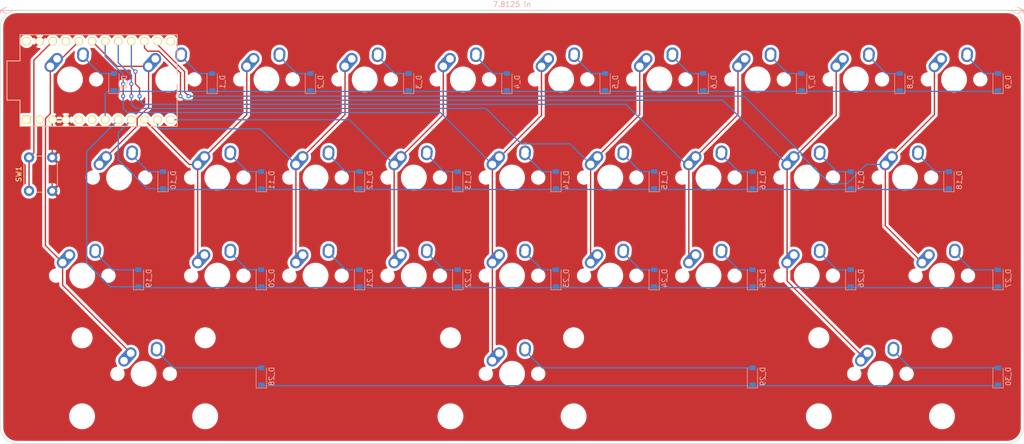
<source format=kicad_pcb>
(kicad_pcb (version 20171130) (host pcbnew "(5.1.4)-1")
  (layers (0 F.Cu signal) (31 B.Cu signal) (34 B.Paste user) (35 F.Paste user) (36 B.SilkS user) (37 F.SilkS user) (38 B.Mask user) (39 F.Mask user) (44 Edge.Cuts user))
  (net 0 "")
  (net 1 GND)
  (net 2 col0)
  (net 3 col1)
  (net 4 col2)
  (net 5 col3)
  (net 6 col4)
  (net 7 col5)
  (net 8 col6)
  (net 9 col7)
  (net 10 col8)
  (net 11 col9)
  (net 12 row0)
  (net 13 row1)
  (net 14 row2)
  (net 15 row3)
  (net 16 "Net-(D_0-Pad2)")
  (net 17 "Net-(D_1-Pad2)")
  (net 18 "Net-(D_2-Pad2)")
  (net 19 "Net-(D_3-Pad2)")
  (net 20 "Net-(D_4-Pad2)")
  (net 21 "Net-(D_5-Pad2)")
  (net 22 "Net-(D_6-Pad2)")
  (net 23 "Net-(D_7-Pad2)")
  (net 24 "Net-(D_8-Pad2)")
  (net 25 "Net-(D_9-Pad2)")
  (net 26 "Net-(D_10-Pad2)")
  (net 27 "Net-(D_11-Pad2)")
  (net 28 "Net-(D_12-Pad2)")
  (net 29 "Net-(D_13-Pad2)")
  (net 30 "Net-(D_14-Pad2)")
  (net 31 "Net-(D_15-Pad2)")
  (net 32 "Net-(D_16-Pad2)")
  (net 33 "Net-(D_17-Pad2)")
  (net 34 "Net-(D_18-Pad2)")
  (net 35 "Net-(D_19-Pad2)")
  (net 36 "Net-(D_20-Pad2)")
  (net 37 "Net-(D_21-Pad2)")
  (net 38 "Net-(D_22-Pad2)")
  (net 39 "Net-(D_23-Pad2)")
  (net 40 "Net-(D_24-Pad2)")
  (net 41 "Net-(D_25-Pad2)")
  (net 42 "Net-(D_26-Pad2)")
  (net 43 "Net-(D_27-Pad2)")
  (net 44 "Net-(D_28-Pad2)")
  (net 45 "Net-(D_29-Pad2)")
  (net 46 "Net-(D_30-Pad2)")
  (net 47 "Net-(U1-Pad24)")
  (net 48 "Net-(U1-Pad21)")
  (net 49 "Net-(U1-Pad13)")
  (net 50 "Net-(U1-Pad6)")
  (net 51 "Net-(U1-Pad5)")
  (net 52 "Net-(U1-Pad2)")
  (net 53 "Net-(U1-Pad1)")
  (net 54 rst)
  (module Button_Switch_THT:SW_PUSH_6mm (layer F.Cu) (at 69.85 97.76125 90)
    (fp_text reference SW1 (at 3.25 -2 90) (layer F.SilkS))
    (fp_text value SW_Push)
    (pad 1 thru_hole circle (at 6.5 0 180) (size 2 2) (drill 1.1) (layers *.Cu *.Mask) (net 54 rst))
    (pad 2 thru_hole circle (at 6.5 4.5 180) (size 2 2) (drill 1.1) (layers *.Cu *.Mask) (net 1 GND))
    (pad 1 thru_hole circle (at 0 0 180) (size 2 2) (drill 1.1) (layers *.Cu *.Mask) (net 54 rst))
    (pad 2 thru_hole circle (at 0 4.5 180) (size 2 2) (drill 1.1) (layers *.Cu *.Mask) (net 1 GND))
  )
  (module promicro:ProMicro (layer F.Cu) (at 83.34375 76.33875)
    (fp_text reference U1 hide)
    (fp_text value ProMicro)
    (pad 24 thru_hole circle (at -13.97 -7.62) (size 1.6 1.6) (drill 1.1) (layers *.Cu *.Mask F.SilkS) (net 47 "Net-(U1-Pad24)"))
    (pad 23 thru_hole circle (at -11.43 -7.62) (size 1.6 1.6) (drill 1.1) (layers *.Cu *.Mask F.SilkS) (net 1 GND))
    (pad 22 thru_hole circle (at -8.89 -7.62) (size 1.6 1.6) (drill 1.1) (layers *.Cu *.Mask F.SilkS) (net 54 rst))
    (pad 21 thru_hole circle (at -6.35 -7.62) (size 1.6 1.6) (drill 1.1) (layers *.Cu *.Mask F.SilkS) (net 48 "Net-(U1-Pad21)"))
    (pad 20 thru_hole circle (at -3.81 -7.62) (size 1.6 1.6) (drill 1.1) (layers *.Cu *.Mask F.SilkS) (net 2 col0))
    (pad 19 thru_hole circle (at -1.27 -7.62) (size 1.6 1.6) (drill 1.1) (layers *.Cu *.Mask F.SilkS) (net 3 col1))
    (pad 18 thru_hole circle (at 1.27 -7.62) (size 1.6 1.6) (drill 1.1) (layers *.Cu *.Mask F.SilkS) (net 7 col5))
    (pad 17 thru_hole circle (at 3.81 -7.62) (size 1.6 1.6) (drill 1.1) (layers *.Cu *.Mask F.SilkS) (net 8 col6))
    (pad 16 thru_hole circle (at 6.35 -7.62) (size 1.6 1.6) (drill 1.1) (layers *.Cu *.Mask F.SilkS) (net 9 col7))
    (pad 15 thru_hole circle (at 8.89 -7.62) (size 1.6 1.6) (drill 1.1) (layers *.Cu *.Mask F.SilkS) (net 10 col8))
    (pad 14 thru_hole circle (at 11.43 -7.62) (size 1.6 1.6) (drill 1.1) (layers *.Cu *.Mask F.SilkS) (net 11 col9))
    (pad 13 thru_hole circle (at 13.97 -7.62) (size 1.6 1.6) (drill 1.1) (layers *.Cu *.Mask F.SilkS) (net 49 "Net-(U1-Pad13)"))
    (pad 12 thru_hole circle (at 13.97 7.62) (size 1.6 1.6) (drill 1.1) (layers *.Cu *.Mask F.SilkS) (net 6 col4))
    (pad 11 thru_hole circle (at 11.43 7.62) (size 1.6 1.6) (drill 1.1) (layers *.Cu *.Mask F.SilkS) (net 5 col3))
    (pad 10 thru_hole circle (at 8.89 7.62) (size 1.6 1.6) (drill 1.1) (layers *.Cu *.Mask F.SilkS) (net 4 col2))
    (pad 9 thru_hole circle (at 6.35 7.62) (size 1.6 1.6) (drill 1.1) (layers *.Cu *.Mask F.SilkS) (net 13 row1))
    (pad 8 thru_hole circle (at 3.81 7.62) (size 1.6 1.6) (drill 1.1) (layers *.Cu *.Mask F.SilkS) (net 14 row2))
    (pad 7 thru_hole circle (at 1.27 7.62) (size 1.6 1.6) (drill 1.1) (layers *.Cu *.Mask F.SilkS) (net 12 row0))
    (pad 6 thru_hole circle (at -1.27 7.62) (size 1.6 1.6) (drill 1.1) (layers *.Cu *.Mask F.SilkS) (net 50 "Net-(U1-Pad6)"))
    (pad 5 thru_hole circle (at -3.81 7.62) (size 1.6 1.6) (drill 1.1) (layers *.Cu *.Mask F.SilkS) (net 51 "Net-(U1-Pad5)"))
    (pad 4 thru_hole circle (at -6.35 7.62) (size 1.6 1.6) (drill 1.1) (layers *.Cu *.Mask F.SilkS) (net 1 GND))
    (pad 3 thru_hole circle (at -8.89 7.62) (size 1.6 1.6) (drill 1.1) (layers *.Cu *.Mask F.SilkS) (net 1 GND))
    (pad 2 thru_hole circle (at -11.43 7.62) (size 1.6 1.6) (drill 1.1) (layers *.Cu *.Mask F.SilkS) (net 52 "Net-(U1-Pad2)"))
    (pad 1 thru_hole rect (at -13.97 7.62) (size 1.6 1.6) (drill 1.1) (layers *.Cu *.Mask F.SilkS) (net 53 "Net-(U1-Pad1)"))
  )
  (module MX_Alps_Hybrid:MX-1U-NoLED (layer F.Cu) (at 77.7875 76.12625)
    (fp_text reference K_0)
    (fp_text value KEYSW)
    (pad 1 thru_hole circle (at -2.5 -4) (size 2.25 2.25) (drill 1.47) (layers *.Cu B.Mask) (net 2 col0))
    (pad 1 thru_hole oval (at -3.81 -2.54 48.0996) (size 4.211556 2.25) (drill 1.47 (offset 0.980778 0)) (layers *.Cu B.Mask) (net 2 col0))
    (pad 2 thru_hole oval (at 2.5 -4.5 86.0548) (size 2.831378 2.25) (drill 1.47 (offset 0.290689 0)) (layers *.Cu B.Mask) (net 16 "Net-(D_0-Pad2)"))
    (pad 2 thru_hole circle (at 2.54 -5.08) (size 2.25 2.25) (drill 1.47) (layers *.Cu B.Mask) (net 16 "Net-(D_0-Pad2)"))
    (pad "" np_thru_hole circle (at 0 0) (size 3.9878 3.9878) (drill 3.9878) (layers *.Cu *.Mask))
    (pad "" np_thru_hole circle (at -5.08 0 48.0996) (size 1.75 1.75) (drill 1.75) (layers *.Cu *.Mask))
    (pad "" np_thru_hole circle (at 5.08 0 48.0996) (size 1.75 1.75) (drill 1.75) (layers *.Cu *.Mask))
  )
  (module Diode_SMD:D_SOD-123 (layer B.Cu) (at 86.3125 76.62625 90)
    (fp_text reference D_0 (at 0 2 90) (layer B.SilkS) (effects (justify mirror)))
    (fp_text value D)
    (pad 2 smd rect (at 1.65 0 90) (size 0.9 1.2) (layers B.Cu B.Paste B.Mask) (net 16 "Net-(D_0-Pad2)"))
    (pad 1 smd rect (at -1.65 0 90) (size 0.9 1.2) (layers B.Cu B.Paste B.Mask) (net 12 row0))
  )
  (module MX_Alps_Hybrid:MX-1U-NoLED (layer F.Cu) (at 96.8375 76.12625)
    (fp_text reference K_1)
    (fp_text value KEYSW)
    (pad 1 thru_hole circle (at -2.5 -4) (size 2.25 2.25) (drill 1.47) (layers *.Cu B.Mask) (net 3 col1))
    (pad 1 thru_hole oval (at -3.81 -2.54 48.0996) (size 4.211556 2.25) (drill 1.47 (offset 0.980778 0)) (layers *.Cu B.Mask) (net 3 col1))
    (pad 2 thru_hole oval (at 2.5 -4.5 86.0548) (size 2.831378 2.25) (drill 1.47 (offset 0.290689 0)) (layers *.Cu B.Mask) (net 17 "Net-(D_1-Pad2)"))
    (pad 2 thru_hole circle (at 2.54 -5.08) (size 2.25 2.25) (drill 1.47) (layers *.Cu B.Mask) (net 17 "Net-(D_1-Pad2)"))
    (pad "" np_thru_hole circle (at 0 0) (size 3.9878 3.9878) (drill 3.9878) (layers *.Cu *.Mask))
    (pad "" np_thru_hole circle (at -5.08 0 48.0996) (size 1.75 1.75) (drill 1.75) (layers *.Cu *.Mask))
    (pad "" np_thru_hole circle (at 5.08 0 48.0996) (size 1.75 1.75) (drill 1.75) (layers *.Cu *.Mask))
  )
  (module Diode_SMD:D_SOD-123 (layer B.Cu) (at 105.3625 76.62625 90)
    (fp_text reference D_1 (at 0 2 90) (layer B.SilkS) (effects (justify mirror)))
    (fp_text value D)
    (pad 2 smd rect (at 1.65 0 90) (size 0.9 1.2) (layers B.Cu B.Paste B.Mask) (net 17 "Net-(D_1-Pad2)"))
    (pad 1 smd rect (at -1.65 0 90) (size 0.9 1.2) (layers B.Cu B.Paste B.Mask) (net 12 row0))
  )
  (module MX_Alps_Hybrid:MX-1U-NoLED (layer F.Cu) (at 115.8875 76.12625)
    (fp_text reference K_2)
    (fp_text value KEYSW)
    (pad 1 thru_hole circle (at -2.5 -4) (size 2.25 2.25) (drill 1.47) (layers *.Cu B.Mask) (net 4 col2))
    (pad 1 thru_hole oval (at -3.81 -2.54 48.0996) (size 4.211556 2.25) (drill 1.47 (offset 0.980778 0)) (layers *.Cu B.Mask) (net 4 col2))
    (pad 2 thru_hole oval (at 2.5 -4.5 86.0548) (size 2.831378 2.25) (drill 1.47 (offset 0.290689 0)) (layers *.Cu B.Mask) (net 18 "Net-(D_2-Pad2)"))
    (pad 2 thru_hole circle (at 2.54 -5.08) (size 2.25 2.25) (drill 1.47) (layers *.Cu B.Mask) (net 18 "Net-(D_2-Pad2)"))
    (pad "" np_thru_hole circle (at 0 0) (size 3.9878 3.9878) (drill 3.9878) (layers *.Cu *.Mask))
    (pad "" np_thru_hole circle (at -5.08 0 48.0996) (size 1.75 1.75) (drill 1.75) (layers *.Cu *.Mask))
    (pad "" np_thru_hole circle (at 5.08 0 48.0996) (size 1.75 1.75) (drill 1.75) (layers *.Cu *.Mask))
  )
  (module Diode_SMD:D_SOD-123 (layer B.Cu) (at 124.4125 76.62625 90)
    (fp_text reference D_2 (at 0 2 90) (layer B.SilkS) (effects (justify mirror)))
    (fp_text value D)
    (pad 2 smd rect (at 1.65 0 90) (size 0.9 1.2) (layers B.Cu B.Paste B.Mask) (net 18 "Net-(D_2-Pad2)"))
    (pad 1 smd rect (at -1.65 0 90) (size 0.9 1.2) (layers B.Cu B.Paste B.Mask) (net 12 row0))
  )
  (module MX_Alps_Hybrid:MX-1U-NoLED (layer F.Cu) (at 134.9375 76.12625)
    (fp_text reference K_3)
    (fp_text value KEYSW)
    (pad 1 thru_hole circle (at -2.5 -4) (size 2.25 2.25) (drill 1.47) (layers *.Cu B.Mask) (net 5 col3))
    (pad 1 thru_hole oval (at -3.81 -2.54 48.0996) (size 4.211556 2.25) (drill 1.47 (offset 0.980778 0)) (layers *.Cu B.Mask) (net 5 col3))
    (pad 2 thru_hole oval (at 2.5 -4.5 86.0548) (size 2.831378 2.25) (drill 1.47 (offset 0.290689 0)) (layers *.Cu B.Mask) (net 19 "Net-(D_3-Pad2)"))
    (pad 2 thru_hole circle (at 2.54 -5.08) (size 2.25 2.25) (drill 1.47) (layers *.Cu B.Mask) (net 19 "Net-(D_3-Pad2)"))
    (pad "" np_thru_hole circle (at 0 0) (size 3.9878 3.9878) (drill 3.9878) (layers *.Cu *.Mask))
    (pad "" np_thru_hole circle (at -5.08 0 48.0996) (size 1.75 1.75) (drill 1.75) (layers *.Cu *.Mask))
    (pad "" np_thru_hole circle (at 5.08 0 48.0996) (size 1.75 1.75) (drill 1.75) (layers *.Cu *.Mask))
  )
  (module Diode_SMD:D_SOD-123 (layer B.Cu) (at 143.4625 76.62625 90)
    (fp_text reference D_3 (at 0 2 90) (layer B.SilkS) (effects (justify mirror)))
    (fp_text value D)
    (pad 2 smd rect (at 1.65 0 90) (size 0.9 1.2) (layers B.Cu B.Paste B.Mask) (net 19 "Net-(D_3-Pad2)"))
    (pad 1 smd rect (at -1.65 0 90) (size 0.9 1.2) (layers B.Cu B.Paste B.Mask) (net 12 row0))
  )
  (module MX_Alps_Hybrid:MX-1U-NoLED (layer F.Cu) (at 153.9875 76.12625)
    (fp_text reference K_4)
    (fp_text value KEYSW)
    (pad 1 thru_hole circle (at -2.5 -4) (size 2.25 2.25) (drill 1.47) (layers *.Cu B.Mask) (net 6 col4))
    (pad 1 thru_hole oval (at -3.81 -2.54 48.0996) (size 4.211556 2.25) (drill 1.47 (offset 0.980778 0)) (layers *.Cu B.Mask) (net 6 col4))
    (pad 2 thru_hole oval (at 2.5 -4.5 86.0548) (size 2.831378 2.25) (drill 1.47 (offset 0.290689 0)) (layers *.Cu B.Mask) (net 20 "Net-(D_4-Pad2)"))
    (pad 2 thru_hole circle (at 2.54 -5.08) (size 2.25 2.25) (drill 1.47) (layers *.Cu B.Mask) (net 20 "Net-(D_4-Pad2)"))
    (pad "" np_thru_hole circle (at 0 0) (size 3.9878 3.9878) (drill 3.9878) (layers *.Cu *.Mask))
    (pad "" np_thru_hole circle (at -5.08 0 48.0996) (size 1.75 1.75) (drill 1.75) (layers *.Cu *.Mask))
    (pad "" np_thru_hole circle (at 5.08 0 48.0996) (size 1.75 1.75) (drill 1.75) (layers *.Cu *.Mask))
  )
  (module Diode_SMD:D_SOD-123 (layer B.Cu) (at 162.5125 76.62625 90)
    (fp_text reference D_4 (at 0 2 90) (layer B.SilkS) (effects (justify mirror)))
    (fp_text value D)
    (pad 2 smd rect (at 1.65 0 90) (size 0.9 1.2) (layers B.Cu B.Paste B.Mask) (net 20 "Net-(D_4-Pad2)"))
    (pad 1 smd rect (at -1.65 0 90) (size 0.9 1.2) (layers B.Cu B.Paste B.Mask) (net 12 row0))
  )
  (module MX_Alps_Hybrid:MX-1U-NoLED (layer F.Cu) (at 173.0375 76.12625)
    (fp_text reference K_5)
    (fp_text value KEYSW)
    (pad 1 thru_hole circle (at -2.5 -4) (size 2.25 2.25) (drill 1.47) (layers *.Cu B.Mask) (net 7 col5))
    (pad 1 thru_hole oval (at -3.81 -2.54 48.0996) (size 4.211556 2.25) (drill 1.47 (offset 0.980778 0)) (layers *.Cu B.Mask) (net 7 col5))
    (pad 2 thru_hole oval (at 2.5 -4.5 86.0548) (size 2.831378 2.25) (drill 1.47 (offset 0.290689 0)) (layers *.Cu B.Mask) (net 21 "Net-(D_5-Pad2)"))
    (pad 2 thru_hole circle (at 2.54 -5.08) (size 2.25 2.25) (drill 1.47) (layers *.Cu B.Mask) (net 21 "Net-(D_5-Pad2)"))
    (pad "" np_thru_hole circle (at 0 0) (size 3.9878 3.9878) (drill 3.9878) (layers *.Cu *.Mask))
    (pad "" np_thru_hole circle (at -5.08 0 48.0996) (size 1.75 1.75) (drill 1.75) (layers *.Cu *.Mask))
    (pad "" np_thru_hole circle (at 5.08 0 48.0996) (size 1.75 1.75) (drill 1.75) (layers *.Cu *.Mask))
  )
  (module Diode_SMD:D_SOD-123 (layer B.Cu) (at 181.5625 76.62625 90)
    (fp_text reference D_5 (at 0 2 90) (layer B.SilkS) (effects (justify mirror)))
    (fp_text value D)
    (pad 2 smd rect (at 1.65 0 90) (size 0.9 1.2) (layers B.Cu B.Paste B.Mask) (net 21 "Net-(D_5-Pad2)"))
    (pad 1 smd rect (at -1.65 0 90) (size 0.9 1.2) (layers B.Cu B.Paste B.Mask) (net 12 row0))
  )
  (module MX_Alps_Hybrid:MX-1U-NoLED (layer F.Cu) (at 192.0875 76.12625)
    (fp_text reference K_6)
    (fp_text value KEYSW)
    (pad 1 thru_hole circle (at -2.5 -4) (size 2.25 2.25) (drill 1.47) (layers *.Cu B.Mask) (net 8 col6))
    (pad 1 thru_hole oval (at -3.81 -2.54 48.0996) (size 4.211556 2.25) (drill 1.47 (offset 0.980778 0)) (layers *.Cu B.Mask) (net 8 col6))
    (pad 2 thru_hole oval (at 2.5 -4.5 86.0548) (size 2.831378 2.25) (drill 1.47 (offset 0.290689 0)) (layers *.Cu B.Mask) (net 22 "Net-(D_6-Pad2)"))
    (pad 2 thru_hole circle (at 2.54 -5.08) (size 2.25 2.25) (drill 1.47) (layers *.Cu B.Mask) (net 22 "Net-(D_6-Pad2)"))
    (pad "" np_thru_hole circle (at 0 0) (size 3.9878 3.9878) (drill 3.9878) (layers *.Cu *.Mask))
    (pad "" np_thru_hole circle (at -5.08 0 48.0996) (size 1.75 1.75) (drill 1.75) (layers *.Cu *.Mask))
    (pad "" np_thru_hole circle (at 5.08 0 48.0996) (size 1.75 1.75) (drill 1.75) (layers *.Cu *.Mask))
  )
  (module Diode_SMD:D_SOD-123 (layer B.Cu) (at 200.6125 76.62625 90)
    (fp_text reference D_6 (at 0 2 90) (layer B.SilkS) (effects (justify mirror)))
    (fp_text value D)
    (pad 2 smd rect (at 1.65 0 90) (size 0.9 1.2) (layers B.Cu B.Paste B.Mask) (net 22 "Net-(D_6-Pad2)"))
    (pad 1 smd rect (at -1.65 0 90) (size 0.9 1.2) (layers B.Cu B.Paste B.Mask) (net 12 row0))
  )
  (module MX_Alps_Hybrid:MX-1U-NoLED (layer F.Cu) (at 211.1375 76.12625)
    (fp_text reference K_7)
    (fp_text value KEYSW)
    (pad 1 thru_hole circle (at -2.5 -4) (size 2.25 2.25) (drill 1.47) (layers *.Cu B.Mask) (net 9 col7))
    (pad 1 thru_hole oval (at -3.81 -2.54 48.0996) (size 4.211556 2.25) (drill 1.47 (offset 0.980778 0)) (layers *.Cu B.Mask) (net 9 col7))
    (pad 2 thru_hole oval (at 2.5 -4.5 86.0548) (size 2.831378 2.25) (drill 1.47 (offset 0.290689 0)) (layers *.Cu B.Mask) (net 23 "Net-(D_7-Pad2)"))
    (pad 2 thru_hole circle (at 2.54 -5.08) (size 2.25 2.25) (drill 1.47) (layers *.Cu B.Mask) (net 23 "Net-(D_7-Pad2)"))
    (pad "" np_thru_hole circle (at 0 0) (size 3.9878 3.9878) (drill 3.9878) (layers *.Cu *.Mask))
    (pad "" np_thru_hole circle (at -5.08 0 48.0996) (size 1.75 1.75) (drill 1.75) (layers *.Cu *.Mask))
    (pad "" np_thru_hole circle (at 5.08 0 48.0996) (size 1.75 1.75) (drill 1.75) (layers *.Cu *.Mask))
  )
  (module Diode_SMD:D_SOD-123 (layer B.Cu) (at 219.6625 76.62625 90)
    (fp_text reference D_7 (at 0 2 90) (layer B.SilkS) (effects (justify mirror)))
    (fp_text value D)
    (pad 2 smd rect (at 1.65 0 90) (size 0.9 1.2) (layers B.Cu B.Paste B.Mask) (net 23 "Net-(D_7-Pad2)"))
    (pad 1 smd rect (at -1.65 0 90) (size 0.9 1.2) (layers B.Cu B.Paste B.Mask) (net 12 row0))
  )
  (module MX_Alps_Hybrid:MX-1U-NoLED (layer F.Cu) (at 230.1875 76.12625)
    (fp_text reference K_8)
    (fp_text value KEYSW)
    (pad 1 thru_hole circle (at -2.5 -4) (size 2.25 2.25) (drill 1.47) (layers *.Cu B.Mask) (net 10 col8))
    (pad 1 thru_hole oval (at -3.81 -2.54 48.0996) (size 4.211556 2.25) (drill 1.47 (offset 0.980778 0)) (layers *.Cu B.Mask) (net 10 col8))
    (pad 2 thru_hole oval (at 2.5 -4.5 86.0548) (size 2.831378 2.25) (drill 1.47 (offset 0.290689 0)) (layers *.Cu B.Mask) (net 24 "Net-(D_8-Pad2)"))
    (pad 2 thru_hole circle (at 2.54 -5.08) (size 2.25 2.25) (drill 1.47) (layers *.Cu B.Mask) (net 24 "Net-(D_8-Pad2)"))
    (pad "" np_thru_hole circle (at 0 0) (size 3.9878 3.9878) (drill 3.9878) (layers *.Cu *.Mask))
    (pad "" np_thru_hole circle (at -5.08 0 48.0996) (size 1.75 1.75) (drill 1.75) (layers *.Cu *.Mask))
    (pad "" np_thru_hole circle (at 5.08 0 48.0996) (size 1.75 1.75) (drill 1.75) (layers *.Cu *.Mask))
  )
  (module Diode_SMD:D_SOD-123 (layer B.Cu) (at 238.7125 76.62625 90)
    (fp_text reference D_8 (at 0 2 90) (layer B.SilkS) (effects (justify mirror)))
    (fp_text value D)
    (pad 2 smd rect (at 1.65 0 90) (size 0.9 1.2) (layers B.Cu B.Paste B.Mask) (net 24 "Net-(D_8-Pad2)"))
    (pad 1 smd rect (at -1.65 0 90) (size 0.9 1.2) (layers B.Cu B.Paste B.Mask) (net 12 row0))
  )
  (module MX_Alps_Hybrid:MX-1U-NoLED (layer F.Cu) (at 249.2375 76.12625)
    (fp_text reference K_9)
    (fp_text value KEYSW)
    (pad 1 thru_hole circle (at -2.5 -4) (size 2.25 2.25) (drill 1.47) (layers *.Cu B.Mask) (net 11 col9))
    (pad 1 thru_hole oval (at -3.81 -2.54 48.0996) (size 4.211556 2.25) (drill 1.47 (offset 0.980778 0)) (layers *.Cu B.Mask) (net 11 col9))
    (pad 2 thru_hole oval (at 2.5 -4.5 86.0548) (size 2.831378 2.25) (drill 1.47 (offset 0.290689 0)) (layers *.Cu B.Mask) (net 25 "Net-(D_9-Pad2)"))
    (pad 2 thru_hole circle (at 2.54 -5.08) (size 2.25 2.25) (drill 1.47) (layers *.Cu B.Mask) (net 25 "Net-(D_9-Pad2)"))
    (pad "" np_thru_hole circle (at 0 0) (size 3.9878 3.9878) (drill 3.9878) (layers *.Cu *.Mask))
    (pad "" np_thru_hole circle (at -5.08 0 48.0996) (size 1.75 1.75) (drill 1.75) (layers *.Cu *.Mask))
    (pad "" np_thru_hole circle (at 5.08 0 48.0996) (size 1.75 1.75) (drill 1.75) (layers *.Cu *.Mask))
  )
  (module Diode_SMD:D_SOD-123 (layer B.Cu) (at 257.7625 76.62625 90)
    (fp_text reference D_9 (at 0 2 90) (layer B.SilkS) (effects (justify mirror)))
    (fp_text value D)
    (pad 2 smd rect (at 1.65 0 90) (size 0.9 1.2) (layers B.Cu B.Paste B.Mask) (net 25 "Net-(D_9-Pad2)"))
    (pad 1 smd rect (at -1.65 0 90) (size 0.9 1.2) (layers B.Cu B.Paste B.Mask) (net 12 row0))
  )
  (module MX_Alps_Hybrid:MX-1U-NoLED (layer F.Cu) (at 87.3125 95.17625)
    (fp_text reference K_10)
    (fp_text value KEYSW)
    (pad 1 thru_hole circle (at -2.5 -4) (size 2.25 2.25) (drill 1.47) (layers *.Cu B.Mask) (net 3 col1))
    (pad 1 thru_hole oval (at -3.81 -2.54 48.0996) (size 4.211556 2.25) (drill 1.47 (offset 0.980778 0)) (layers *.Cu B.Mask) (net 3 col1))
    (pad 2 thru_hole oval (at 2.5 -4.5 86.0548) (size 2.831378 2.25) (drill 1.47 (offset 0.290689 0)) (layers *.Cu B.Mask) (net 26 "Net-(D_10-Pad2)"))
    (pad 2 thru_hole circle (at 2.54 -5.08) (size 2.25 2.25) (drill 1.47) (layers *.Cu B.Mask) (net 26 "Net-(D_10-Pad2)"))
    (pad "" np_thru_hole circle (at 0 0) (size 3.9878 3.9878) (drill 3.9878) (layers *.Cu *.Mask))
    (pad "" np_thru_hole circle (at -5.08 0 48.0996) (size 1.75 1.75) (drill 1.75) (layers *.Cu *.Mask))
    (pad "" np_thru_hole circle (at 5.08 0 48.0996) (size 1.75 1.75) (drill 1.75) (layers *.Cu *.Mask))
  )
  (module Diode_SMD:D_SOD-123 (layer B.Cu) (at 95.8375 95.67625 90)
    (fp_text reference D_10 (at 0 2 90) (layer B.SilkS) (effects (justify mirror)))
    (fp_text value D)
    (pad 2 smd rect (at 1.65 0 90) (size 0.9 1.2) (layers B.Cu B.Paste B.Mask) (net 26 "Net-(D_10-Pad2)"))
    (pad 1 smd rect (at -1.65 0 90) (size 0.9 1.2) (layers B.Cu B.Paste B.Mask) (net 13 row1))
  )
  (module MX_Alps_Hybrid:MX-1U-NoLED (layer F.Cu) (at 106.3625 95.17625)
    (fp_text reference K_11)
    (fp_text value KEYSW)
    (pad 1 thru_hole circle (at -2.5 -4) (size 2.25 2.25) (drill 1.47) (layers *.Cu B.Mask) (net 4 col2))
    (pad 1 thru_hole oval (at -3.81 -2.54 48.0996) (size 4.211556 2.25) (drill 1.47 (offset 0.980778 0)) (layers *.Cu B.Mask) (net 4 col2))
    (pad 2 thru_hole oval (at 2.5 -4.5 86.0548) (size 2.831378 2.25) (drill 1.47 (offset 0.290689 0)) (layers *.Cu B.Mask) (net 27 "Net-(D_11-Pad2)"))
    (pad 2 thru_hole circle (at 2.54 -5.08) (size 2.25 2.25) (drill 1.47) (layers *.Cu B.Mask) (net 27 "Net-(D_11-Pad2)"))
    (pad "" np_thru_hole circle (at 0 0) (size 3.9878 3.9878) (drill 3.9878) (layers *.Cu *.Mask))
    (pad "" np_thru_hole circle (at -5.08 0 48.0996) (size 1.75 1.75) (drill 1.75) (layers *.Cu *.Mask))
    (pad "" np_thru_hole circle (at 5.08 0 48.0996) (size 1.75 1.75) (drill 1.75) (layers *.Cu *.Mask))
  )
  (module Diode_SMD:D_SOD-123 (layer B.Cu) (at 114.8875 95.67625 90)
    (fp_text reference D_11 (at 0 2 90) (layer B.SilkS) (effects (justify mirror)))
    (fp_text value D)
    (pad 2 smd rect (at 1.65 0 90) (size 0.9 1.2) (layers B.Cu B.Paste B.Mask) (net 27 "Net-(D_11-Pad2)"))
    (pad 1 smd rect (at -1.65 0 90) (size 0.9 1.2) (layers B.Cu B.Paste B.Mask) (net 13 row1))
  )
  (module MX_Alps_Hybrid:MX-1U-NoLED (layer F.Cu) (at 125.4125 95.17625)
    (fp_text reference K_12)
    (fp_text value KEYSW)
    (pad 1 thru_hole circle (at -2.5 -4) (size 2.25 2.25) (drill 1.47) (layers *.Cu B.Mask) (net 5 col3))
    (pad 1 thru_hole oval (at -3.81 -2.54 48.0996) (size 4.211556 2.25) (drill 1.47 (offset 0.980778 0)) (layers *.Cu B.Mask) (net 5 col3))
    (pad 2 thru_hole oval (at 2.5 -4.5 86.0548) (size 2.831378 2.25) (drill 1.47 (offset 0.290689 0)) (layers *.Cu B.Mask) (net 28 "Net-(D_12-Pad2)"))
    (pad 2 thru_hole circle (at 2.54 -5.08) (size 2.25 2.25) (drill 1.47) (layers *.Cu B.Mask) (net 28 "Net-(D_12-Pad2)"))
    (pad "" np_thru_hole circle (at 0 0) (size 3.9878 3.9878) (drill 3.9878) (layers *.Cu *.Mask))
    (pad "" np_thru_hole circle (at -5.08 0 48.0996) (size 1.75 1.75) (drill 1.75) (layers *.Cu *.Mask))
    (pad "" np_thru_hole circle (at 5.08 0 48.0996) (size 1.75 1.75) (drill 1.75) (layers *.Cu *.Mask))
  )
  (module Diode_SMD:D_SOD-123 (layer B.Cu) (at 133.9375 95.67625 90)
    (fp_text reference D_12 (at 0 2 90) (layer B.SilkS) (effects (justify mirror)))
    (fp_text value D)
    (pad 2 smd rect (at 1.65 0 90) (size 0.9 1.2) (layers B.Cu B.Paste B.Mask) (net 28 "Net-(D_12-Pad2)"))
    (pad 1 smd rect (at -1.65 0 90) (size 0.9 1.2) (layers B.Cu B.Paste B.Mask) (net 13 row1))
  )
  (module MX_Alps_Hybrid:MX-1U-NoLED (layer F.Cu) (at 144.4625 95.17625)
    (fp_text reference K_13)
    (fp_text value KEYSW)
    (pad 1 thru_hole circle (at -2.5 -4) (size 2.25 2.25) (drill 1.47) (layers *.Cu B.Mask) (net 6 col4))
    (pad 1 thru_hole oval (at -3.81 -2.54 48.0996) (size 4.211556 2.25) (drill 1.47 (offset 0.980778 0)) (layers *.Cu B.Mask) (net 6 col4))
    (pad 2 thru_hole oval (at 2.5 -4.5 86.0548) (size 2.831378 2.25) (drill 1.47 (offset 0.290689 0)) (layers *.Cu B.Mask) (net 29 "Net-(D_13-Pad2)"))
    (pad 2 thru_hole circle (at 2.54 -5.08) (size 2.25 2.25) (drill 1.47) (layers *.Cu B.Mask) (net 29 "Net-(D_13-Pad2)"))
    (pad "" np_thru_hole circle (at 0 0) (size 3.9878 3.9878) (drill 3.9878) (layers *.Cu *.Mask))
    (pad "" np_thru_hole circle (at -5.08 0 48.0996) (size 1.75 1.75) (drill 1.75) (layers *.Cu *.Mask))
    (pad "" np_thru_hole circle (at 5.08 0 48.0996) (size 1.75 1.75) (drill 1.75) (layers *.Cu *.Mask))
  )
  (module Diode_SMD:D_SOD-123 (layer B.Cu) (at 152.9875 95.67625 90)
    (fp_text reference D_13 (at 0 2 90) (layer B.SilkS) (effects (justify mirror)))
    (fp_text value D)
    (pad 2 smd rect (at 1.65 0 90) (size 0.9 1.2) (layers B.Cu B.Paste B.Mask) (net 29 "Net-(D_13-Pad2)"))
    (pad 1 smd rect (at -1.65 0 90) (size 0.9 1.2) (layers B.Cu B.Paste B.Mask) (net 13 row1))
  )
  (module MX_Alps_Hybrid:MX-1U-NoLED (layer F.Cu) (at 163.5125 95.17625)
    (fp_text reference K_14)
    (fp_text value KEYSW)
    (pad 1 thru_hole circle (at -2.5 -4) (size 2.25 2.25) (drill 1.47) (layers *.Cu B.Mask) (net 7 col5))
    (pad 1 thru_hole oval (at -3.81 -2.54 48.0996) (size 4.211556 2.25) (drill 1.47 (offset 0.980778 0)) (layers *.Cu B.Mask) (net 7 col5))
    (pad 2 thru_hole oval (at 2.5 -4.5 86.0548) (size 2.831378 2.25) (drill 1.47 (offset 0.290689 0)) (layers *.Cu B.Mask) (net 30 "Net-(D_14-Pad2)"))
    (pad 2 thru_hole circle (at 2.54 -5.08) (size 2.25 2.25) (drill 1.47) (layers *.Cu B.Mask) (net 30 "Net-(D_14-Pad2)"))
    (pad "" np_thru_hole circle (at 0 0) (size 3.9878 3.9878) (drill 3.9878) (layers *.Cu *.Mask))
    (pad "" np_thru_hole circle (at -5.08 0 48.0996) (size 1.75 1.75) (drill 1.75) (layers *.Cu *.Mask))
    (pad "" np_thru_hole circle (at 5.08 0 48.0996) (size 1.75 1.75) (drill 1.75) (layers *.Cu *.Mask))
  )
  (module Diode_SMD:D_SOD-123 (layer B.Cu) (at 172.0375 95.67625 90)
    (fp_text reference D_14 (at 0 2 90) (layer B.SilkS) (effects (justify mirror)))
    (fp_text value D)
    (pad 2 smd rect (at 1.65 0 90) (size 0.9 1.2) (layers B.Cu B.Paste B.Mask) (net 30 "Net-(D_14-Pad2)"))
    (pad 1 smd rect (at -1.65 0 90) (size 0.9 1.2) (layers B.Cu B.Paste B.Mask) (net 13 row1))
  )
  (module MX_Alps_Hybrid:MX-1U-NoLED (layer F.Cu) (at 182.5625 95.17625)
    (fp_text reference K_15)
    (fp_text value KEYSW)
    (pad 1 thru_hole circle (at -2.5 -4) (size 2.25 2.25) (drill 1.47) (layers *.Cu B.Mask) (net 8 col6))
    (pad 1 thru_hole oval (at -3.81 -2.54 48.0996) (size 4.211556 2.25) (drill 1.47 (offset 0.980778 0)) (layers *.Cu B.Mask) (net 8 col6))
    (pad 2 thru_hole oval (at 2.5 -4.5 86.0548) (size 2.831378 2.25) (drill 1.47 (offset 0.290689 0)) (layers *.Cu B.Mask) (net 31 "Net-(D_15-Pad2)"))
    (pad 2 thru_hole circle (at 2.54 -5.08) (size 2.25 2.25) (drill 1.47) (layers *.Cu B.Mask) (net 31 "Net-(D_15-Pad2)"))
    (pad "" np_thru_hole circle (at 0 0) (size 3.9878 3.9878) (drill 3.9878) (layers *.Cu *.Mask))
    (pad "" np_thru_hole circle (at -5.08 0 48.0996) (size 1.75 1.75) (drill 1.75) (layers *.Cu *.Mask))
    (pad "" np_thru_hole circle (at 5.08 0 48.0996) (size 1.75 1.75) (drill 1.75) (layers *.Cu *.Mask))
  )
  (module Diode_SMD:D_SOD-123 (layer B.Cu) (at 191.0875 95.67625 90)
    (fp_text reference D_15 (at 0 2 90) (layer B.SilkS) (effects (justify mirror)))
    (fp_text value D)
    (pad 2 smd rect (at 1.65 0 90) (size 0.9 1.2) (layers B.Cu B.Paste B.Mask) (net 31 "Net-(D_15-Pad2)"))
    (pad 1 smd rect (at -1.65 0 90) (size 0.9 1.2) (layers B.Cu B.Paste B.Mask) (net 13 row1))
  )
  (module MX_Alps_Hybrid:MX-1U-NoLED (layer F.Cu) (at 201.6125 95.17625)
    (fp_text reference K_16)
    (fp_text value KEYSW)
    (pad 1 thru_hole circle (at -2.5 -4) (size 2.25 2.25) (drill 1.47) (layers *.Cu B.Mask) (net 9 col7))
    (pad 1 thru_hole oval (at -3.81 -2.54 48.0996) (size 4.211556 2.25) (drill 1.47 (offset 0.980778 0)) (layers *.Cu B.Mask) (net 9 col7))
    (pad 2 thru_hole oval (at 2.5 -4.5 86.0548) (size 2.831378 2.25) (drill 1.47 (offset 0.290689 0)) (layers *.Cu B.Mask) (net 32 "Net-(D_16-Pad2)"))
    (pad 2 thru_hole circle (at 2.54 -5.08) (size 2.25 2.25) (drill 1.47) (layers *.Cu B.Mask) (net 32 "Net-(D_16-Pad2)"))
    (pad "" np_thru_hole circle (at 0 0) (size 3.9878 3.9878) (drill 3.9878) (layers *.Cu *.Mask))
    (pad "" np_thru_hole circle (at -5.08 0 48.0996) (size 1.75 1.75) (drill 1.75) (layers *.Cu *.Mask))
    (pad "" np_thru_hole circle (at 5.08 0 48.0996) (size 1.75 1.75) (drill 1.75) (layers *.Cu *.Mask))
  )
  (module Diode_SMD:D_SOD-123 (layer B.Cu) (at 210.1375 95.67625 90)
    (fp_text reference D_16 (at 0 2 90) (layer B.SilkS) (effects (justify mirror)))
    (fp_text value D)
    (pad 2 smd rect (at 1.65 0 90) (size 0.9 1.2) (layers B.Cu B.Paste B.Mask) (net 32 "Net-(D_16-Pad2)"))
    (pad 1 smd rect (at -1.65 0 90) (size 0.9 1.2) (layers B.Cu B.Paste B.Mask) (net 13 row1))
  )
  (module MX_Alps_Hybrid:MX-1U-NoLED (layer F.Cu) (at 220.6625 95.17625)
    (fp_text reference K_17)
    (fp_text value KEYSW)
    (pad 1 thru_hole circle (at -2.5 -4) (size 2.25 2.25) (drill 1.47) (layers *.Cu B.Mask) (net 10 col8))
    (pad 1 thru_hole oval (at -3.81 -2.54 48.0996) (size 4.211556 2.25) (drill 1.47 (offset 0.980778 0)) (layers *.Cu B.Mask) (net 10 col8))
    (pad 2 thru_hole oval (at 2.5 -4.5 86.0548) (size 2.831378 2.25) (drill 1.47 (offset 0.290689 0)) (layers *.Cu B.Mask) (net 33 "Net-(D_17-Pad2)"))
    (pad 2 thru_hole circle (at 2.54 -5.08) (size 2.25 2.25) (drill 1.47) (layers *.Cu B.Mask) (net 33 "Net-(D_17-Pad2)"))
    (pad "" np_thru_hole circle (at 0 0) (size 3.9878 3.9878) (drill 3.9878) (layers *.Cu *.Mask))
    (pad "" np_thru_hole circle (at -5.08 0 48.0996) (size 1.75 1.75) (drill 1.75) (layers *.Cu *.Mask))
    (pad "" np_thru_hole circle (at 5.08 0 48.0996) (size 1.75 1.75) (drill 1.75) (layers *.Cu *.Mask))
  )
  (module Diode_SMD:D_SOD-123 (layer B.Cu) (at 229.1875 95.67625 90)
    (fp_text reference D_17 (at 0 2 90) (layer B.SilkS) (effects (justify mirror)))
    (fp_text value D)
    (pad 2 smd rect (at 1.65 0 90) (size 0.9 1.2) (layers B.Cu B.Paste B.Mask) (net 33 "Net-(D_17-Pad2)"))
    (pad 1 smd rect (at -1.65 0 90) (size 0.9 1.2) (layers B.Cu B.Paste B.Mask) (net 13 row1))
  )
  (module MX_Alps_Hybrid:MX-1U-NoLED (layer F.Cu) (at 239.7125 95.17625)
    (fp_text reference K_18)
    (fp_text value KEYSW)
    (pad 1 thru_hole circle (at -2.5 -4) (size 2.25 2.25) (drill 1.47) (layers *.Cu B.Mask) (net 11 col9))
    (pad 1 thru_hole oval (at -3.81 -2.54 48.0996) (size 4.211556 2.25) (drill 1.47 (offset 0.980778 0)) (layers *.Cu B.Mask) (net 11 col9))
    (pad 2 thru_hole oval (at 2.5 -4.5 86.0548) (size 2.831378 2.25) (drill 1.47 (offset 0.290689 0)) (layers *.Cu B.Mask) (net 34 "Net-(D_18-Pad2)"))
    (pad 2 thru_hole circle (at 2.54 -5.08) (size 2.25 2.25) (drill 1.47) (layers *.Cu B.Mask) (net 34 "Net-(D_18-Pad2)"))
    (pad "" np_thru_hole circle (at 0 0) (size 3.9878 3.9878) (drill 3.9878) (layers *.Cu *.Mask))
    (pad "" np_thru_hole circle (at -5.08 0 48.0996) (size 1.75 1.75) (drill 1.75) (layers *.Cu *.Mask))
    (pad "" np_thru_hole circle (at 5.08 0 48.0996) (size 1.75 1.75) (drill 1.75) (layers *.Cu *.Mask))
  )
  (module Diode_SMD:D_SOD-123 (layer B.Cu) (at 248.2375 95.67625 90)
    (fp_text reference D_18 (at 0 2 90) (layer B.SilkS) (effects (justify mirror)))
    (fp_text value D)
    (pad 2 smd rect (at 1.65 0 90) (size 0.9 1.2) (layers B.Cu B.Paste B.Mask) (net 34 "Net-(D_18-Pad2)"))
    (pad 1 smd rect (at -1.65 0 90) (size 0.9 1.2) (layers B.Cu B.Paste B.Mask) (net 13 row1))
  )
  (module MX_Alps_Hybrid:MX-1.25U-NoLED (layer F.Cu) (at 80.16875 114.22625)
    (fp_text reference K_19)
    (fp_text value KEYSW)
    (pad 1 thru_hole circle (at -2.5 -4) (size 2.25 2.25) (drill 1.47) (layers *.Cu B.Mask) (net 2 col0))
    (pad 1 thru_hole oval (at -3.81 -2.54 48.0996) (size 4.211556 2.25) (drill 1.47 (offset 0.980778 0)) (layers *.Cu B.Mask) (net 2 col0))
    (pad 2 thru_hole oval (at 2.5 -4.5 86.0548) (size 2.831378 2.25) (drill 1.47 (offset 0.290689 0)) (layers *.Cu B.Mask) (net 35 "Net-(D_19-Pad2)"))
    (pad 2 thru_hole circle (at 2.54 -5.08) (size 2.25 2.25) (drill 1.47) (layers *.Cu B.Mask) (net 35 "Net-(D_19-Pad2)"))
    (pad "" np_thru_hole circle (at 0 0) (size 3.9878 3.9878) (drill 3.9878) (layers *.Cu *.Mask))
    (pad "" np_thru_hole circle (at -5.08 0 48.0996) (size 1.75 1.75) (drill 1.75) (layers *.Cu *.Mask))
    (pad "" np_thru_hole circle (at 5.08 0 48.0996) (size 1.75 1.75) (drill 1.75) (layers *.Cu *.Mask))
  )
  (module Diode_SMD:D_SOD-123 (layer B.Cu) (at 91.075 114.72625 90)
    (fp_text reference D_19 (at 0 2 90) (layer B.SilkS) (effects (justify mirror)))
    (fp_text value D)
    (pad 2 smd rect (at 1.65 0 90) (size 0.9 1.2) (layers B.Cu B.Paste B.Mask) (net 35 "Net-(D_19-Pad2)"))
    (pad 1 smd rect (at -1.65 0 90) (size 0.9 1.2) (layers B.Cu B.Paste B.Mask) (net 14 row2))
  )
  (module MX_Alps_Hybrid:MX-1U-NoLED (layer F.Cu) (at 106.3625 114.22625)
    (fp_text reference K_20)
    (fp_text value KEYSW)
    (pad 1 thru_hole circle (at -2.5 -4) (size 2.25 2.25) (drill 1.47) (layers *.Cu B.Mask) (net 4 col2))
    (pad 1 thru_hole oval (at -3.81 -2.54 48.0996) (size 4.211556 2.25) (drill 1.47 (offset 0.980778 0)) (layers *.Cu B.Mask) (net 4 col2))
    (pad 2 thru_hole oval (at 2.5 -4.5 86.0548) (size 2.831378 2.25) (drill 1.47 (offset 0.290689 0)) (layers *.Cu B.Mask) (net 36 "Net-(D_20-Pad2)"))
    (pad 2 thru_hole circle (at 2.54 -5.08) (size 2.25 2.25) (drill 1.47) (layers *.Cu B.Mask) (net 36 "Net-(D_20-Pad2)"))
    (pad "" np_thru_hole circle (at 0 0) (size 3.9878 3.9878) (drill 3.9878) (layers *.Cu *.Mask))
    (pad "" np_thru_hole circle (at -5.08 0 48.0996) (size 1.75 1.75) (drill 1.75) (layers *.Cu *.Mask))
    (pad "" np_thru_hole circle (at 5.08 0 48.0996) (size 1.75 1.75) (drill 1.75) (layers *.Cu *.Mask))
  )
  (module Diode_SMD:D_SOD-123 (layer B.Cu) (at 114.8875 114.72625 90)
    (fp_text reference D_20 (at 0 2 90) (layer B.SilkS) (effects (justify mirror)))
    (fp_text value D)
    (pad 2 smd rect (at 1.65 0 90) (size 0.9 1.2) (layers B.Cu B.Paste B.Mask) (net 36 "Net-(D_20-Pad2)"))
    (pad 1 smd rect (at -1.65 0 90) (size 0.9 1.2) (layers B.Cu B.Paste B.Mask) (net 14 row2))
  )
  (module MX_Alps_Hybrid:MX-1U-NoLED (layer F.Cu) (at 125.4125 114.22625)
    (fp_text reference K_21)
    (fp_text value KEYSW)
    (pad 1 thru_hole circle (at -2.5 -4) (size 2.25 2.25) (drill 1.47) (layers *.Cu B.Mask) (net 5 col3))
    (pad 1 thru_hole oval (at -3.81 -2.54 48.0996) (size 4.211556 2.25) (drill 1.47 (offset 0.980778 0)) (layers *.Cu B.Mask) (net 5 col3))
    (pad 2 thru_hole oval (at 2.5 -4.5 86.0548) (size 2.831378 2.25) (drill 1.47 (offset 0.290689 0)) (layers *.Cu B.Mask) (net 37 "Net-(D_21-Pad2)"))
    (pad 2 thru_hole circle (at 2.54 -5.08) (size 2.25 2.25) (drill 1.47) (layers *.Cu B.Mask) (net 37 "Net-(D_21-Pad2)"))
    (pad "" np_thru_hole circle (at 0 0) (size 3.9878 3.9878) (drill 3.9878) (layers *.Cu *.Mask))
    (pad "" np_thru_hole circle (at -5.08 0 48.0996) (size 1.75 1.75) (drill 1.75) (layers *.Cu *.Mask))
    (pad "" np_thru_hole circle (at 5.08 0 48.0996) (size 1.75 1.75) (drill 1.75) (layers *.Cu *.Mask))
  )
  (module Diode_SMD:D_SOD-123 (layer B.Cu) (at 133.9375 114.72625 90)
    (fp_text reference D_21 (at 0 2 90) (layer B.SilkS) (effects (justify mirror)))
    (fp_text value D)
    (pad 2 smd rect (at 1.65 0 90) (size 0.9 1.2) (layers B.Cu B.Paste B.Mask) (net 37 "Net-(D_21-Pad2)"))
    (pad 1 smd rect (at -1.65 0 90) (size 0.9 1.2) (layers B.Cu B.Paste B.Mask) (net 14 row2))
  )
  (module MX_Alps_Hybrid:MX-1U-NoLED (layer F.Cu) (at 144.4625 114.22625)
    (fp_text reference K_22)
    (fp_text value KEYSW)
    (pad 1 thru_hole circle (at -2.5 -4) (size 2.25 2.25) (drill 1.47) (layers *.Cu B.Mask) (net 6 col4))
    (pad 1 thru_hole oval (at -3.81 -2.54 48.0996) (size 4.211556 2.25) (drill 1.47 (offset 0.980778 0)) (layers *.Cu B.Mask) (net 6 col4))
    (pad 2 thru_hole oval (at 2.5 -4.5 86.0548) (size 2.831378 2.25) (drill 1.47 (offset 0.290689 0)) (layers *.Cu B.Mask) (net 38 "Net-(D_22-Pad2)"))
    (pad 2 thru_hole circle (at 2.54 -5.08) (size 2.25 2.25) (drill 1.47) (layers *.Cu B.Mask) (net 38 "Net-(D_22-Pad2)"))
    (pad "" np_thru_hole circle (at 0 0) (size 3.9878 3.9878) (drill 3.9878) (layers *.Cu *.Mask))
    (pad "" np_thru_hole circle (at -5.08 0 48.0996) (size 1.75 1.75) (drill 1.75) (layers *.Cu *.Mask))
    (pad "" np_thru_hole circle (at 5.08 0 48.0996) (size 1.75 1.75) (drill 1.75) (layers *.Cu *.Mask))
  )
  (module Diode_SMD:D_SOD-123 (layer B.Cu) (at 152.9875 114.72625 90)
    (fp_text reference D_22 (at 0 2 90) (layer B.SilkS) (effects (justify mirror)))
    (fp_text value D)
    (pad 2 smd rect (at 1.65 0 90) (size 0.9 1.2) (layers B.Cu B.Paste B.Mask) (net 38 "Net-(D_22-Pad2)"))
    (pad 1 smd rect (at -1.65 0 90) (size 0.9 1.2) (layers B.Cu B.Paste B.Mask) (net 14 row2))
  )
  (module MX_Alps_Hybrid:MX-1U-NoLED (layer F.Cu) (at 163.5125 114.22625)
    (fp_text reference K_23)
    (fp_text value KEYSW)
    (pad 1 thru_hole circle (at -2.5 -4) (size 2.25 2.25) (drill 1.47) (layers *.Cu B.Mask) (net 7 col5))
    (pad 1 thru_hole oval (at -3.81 -2.54 48.0996) (size 4.211556 2.25) (drill 1.47 (offset 0.980778 0)) (layers *.Cu B.Mask) (net 7 col5))
    (pad 2 thru_hole oval (at 2.5 -4.5 86.0548) (size 2.831378 2.25) (drill 1.47 (offset 0.290689 0)) (layers *.Cu B.Mask) (net 39 "Net-(D_23-Pad2)"))
    (pad 2 thru_hole circle (at 2.54 -5.08) (size 2.25 2.25) (drill 1.47) (layers *.Cu B.Mask) (net 39 "Net-(D_23-Pad2)"))
    (pad "" np_thru_hole circle (at 0 0) (size 3.9878 3.9878) (drill 3.9878) (layers *.Cu *.Mask))
    (pad "" np_thru_hole circle (at -5.08 0 48.0996) (size 1.75 1.75) (drill 1.75) (layers *.Cu *.Mask))
    (pad "" np_thru_hole circle (at 5.08 0 48.0996) (size 1.75 1.75) (drill 1.75) (layers *.Cu *.Mask))
  )
  (module Diode_SMD:D_SOD-123 (layer B.Cu) (at 172.0375 114.72625 90)
    (fp_text reference D_23 (at 0 2 90) (layer B.SilkS) (effects (justify mirror)))
    (fp_text value D)
    (pad 2 smd rect (at 1.65 0 90) (size 0.9 1.2) (layers B.Cu B.Paste B.Mask) (net 39 "Net-(D_23-Pad2)"))
    (pad 1 smd rect (at -1.65 0 90) (size 0.9 1.2) (layers B.Cu B.Paste B.Mask) (net 14 row2))
  )
  (module MX_Alps_Hybrid:MX-1U-NoLED (layer F.Cu) (at 182.5625 114.22625)
    (fp_text reference K_24)
    (fp_text value KEYSW)
    (pad 1 thru_hole circle (at -2.5 -4) (size 2.25 2.25) (drill 1.47) (layers *.Cu B.Mask) (net 8 col6))
    (pad 1 thru_hole oval (at -3.81 -2.54 48.0996) (size 4.211556 2.25) (drill 1.47 (offset 0.980778 0)) (layers *.Cu B.Mask) (net 8 col6))
    (pad 2 thru_hole oval (at 2.5 -4.5 86.0548) (size 2.831378 2.25) (drill 1.47 (offset 0.290689 0)) (layers *.Cu B.Mask) (net 40 "Net-(D_24-Pad2)"))
    (pad 2 thru_hole circle (at 2.54 -5.08) (size 2.25 2.25) (drill 1.47) (layers *.Cu B.Mask) (net 40 "Net-(D_24-Pad2)"))
    (pad "" np_thru_hole circle (at 0 0) (size 3.9878 3.9878) (drill 3.9878) (layers *.Cu *.Mask))
    (pad "" np_thru_hole circle (at -5.08 0 48.0996) (size 1.75 1.75) (drill 1.75) (layers *.Cu *.Mask))
    (pad "" np_thru_hole circle (at 5.08 0 48.0996) (size 1.75 1.75) (drill 1.75) (layers *.Cu *.Mask))
  )
  (module Diode_SMD:D_SOD-123 (layer B.Cu) (at 191.0875 114.72625 90)
    (fp_text reference D_24 (at 0 2 90) (layer B.SilkS) (effects (justify mirror)))
    (fp_text value D)
    (pad 2 smd rect (at 1.65 0 90) (size 0.9 1.2) (layers B.Cu B.Paste B.Mask) (net 40 "Net-(D_24-Pad2)"))
    (pad 1 smd rect (at -1.65 0 90) (size 0.9 1.2) (layers B.Cu B.Paste B.Mask) (net 14 row2))
  )
  (module MX_Alps_Hybrid:MX-1U-NoLED (layer F.Cu) (at 201.6125 114.22625)
    (fp_text reference K_25)
    (fp_text value KEYSW)
    (pad 1 thru_hole circle (at -2.5 -4) (size 2.25 2.25) (drill 1.47) (layers *.Cu B.Mask) (net 9 col7))
    (pad 1 thru_hole oval (at -3.81 -2.54 48.0996) (size 4.211556 2.25) (drill 1.47 (offset 0.980778 0)) (layers *.Cu B.Mask) (net 9 col7))
    (pad 2 thru_hole oval (at 2.5 -4.5 86.0548) (size 2.831378 2.25) (drill 1.47 (offset 0.290689 0)) (layers *.Cu B.Mask) (net 41 "Net-(D_25-Pad2)"))
    (pad 2 thru_hole circle (at 2.54 -5.08) (size 2.25 2.25) (drill 1.47) (layers *.Cu B.Mask) (net 41 "Net-(D_25-Pad2)"))
    (pad "" np_thru_hole circle (at 0 0) (size 3.9878 3.9878) (drill 3.9878) (layers *.Cu *.Mask))
    (pad "" np_thru_hole circle (at -5.08 0 48.0996) (size 1.75 1.75) (drill 1.75) (layers *.Cu *.Mask))
    (pad "" np_thru_hole circle (at 5.08 0 48.0996) (size 1.75 1.75) (drill 1.75) (layers *.Cu *.Mask))
  )
  (module Diode_SMD:D_SOD-123 (layer B.Cu) (at 210.1375 114.72625 90)
    (fp_text reference D_25 (at 0 2 90) (layer B.SilkS) (effects (justify mirror)))
    (fp_text value D)
    (pad 2 smd rect (at 1.65 0 90) (size 0.9 1.2) (layers B.Cu B.Paste B.Mask) (net 41 "Net-(D_25-Pad2)"))
    (pad 1 smd rect (at -1.65 0 90) (size 0.9 1.2) (layers B.Cu B.Paste B.Mask) (net 14 row2))
  )
  (module MX_Alps_Hybrid:MX-1U-NoLED (layer F.Cu) (at 220.6625 114.22625)
    (fp_text reference K_26)
    (fp_text value KEYSW)
    (pad 1 thru_hole circle (at -2.5 -4) (size 2.25 2.25) (drill 1.47) (layers *.Cu B.Mask) (net 10 col8))
    (pad 1 thru_hole oval (at -3.81 -2.54 48.0996) (size 4.211556 2.25) (drill 1.47 (offset 0.980778 0)) (layers *.Cu B.Mask) (net 10 col8))
    (pad 2 thru_hole oval (at 2.5 -4.5 86.0548) (size 2.831378 2.25) (drill 1.47 (offset 0.290689 0)) (layers *.Cu B.Mask) (net 42 "Net-(D_26-Pad2)"))
    (pad 2 thru_hole circle (at 2.54 -5.08) (size 2.25 2.25) (drill 1.47) (layers *.Cu B.Mask) (net 42 "Net-(D_26-Pad2)"))
    (pad "" np_thru_hole circle (at 0 0) (size 3.9878 3.9878) (drill 3.9878) (layers *.Cu *.Mask))
    (pad "" np_thru_hole circle (at -5.08 0 48.0996) (size 1.75 1.75) (drill 1.75) (layers *.Cu *.Mask))
    (pad "" np_thru_hole circle (at 5.08 0 48.0996) (size 1.75 1.75) (drill 1.75) (layers *.Cu *.Mask))
  )
  (module Diode_SMD:D_SOD-123 (layer B.Cu) (at 229.1875 114.72625 90)
    (fp_text reference D_26 (at 0 2 90) (layer B.SilkS) (effects (justify mirror)))
    (fp_text value D)
    (pad 2 smd rect (at 1.65 0 90) (size 0.9 1.2) (layers B.Cu B.Paste B.Mask) (net 42 "Net-(D_26-Pad2)"))
    (pad 1 smd rect (at -1.65 0 90) (size 0.9 1.2) (layers B.Cu B.Paste B.Mask) (net 14 row2))
  )
  (module MX_Alps_Hybrid:MX-1.25U-NoLED (layer F.Cu) (at 246.85625 114.22625)
    (fp_text reference K_27)
    (fp_text value KEYSW)
    (pad 1 thru_hole circle (at -2.5 -4) (size 2.25 2.25) (drill 1.47) (layers *.Cu B.Mask) (net 11 col9))
    (pad 1 thru_hole oval (at -3.81 -2.54 48.0996) (size 4.211556 2.25) (drill 1.47 (offset 0.980778 0)) (layers *.Cu B.Mask) (net 11 col9))
    (pad 2 thru_hole oval (at 2.5 -4.5 86.0548) (size 2.831378 2.25) (drill 1.47 (offset 0.290689 0)) (layers *.Cu B.Mask) (net 43 "Net-(D_27-Pad2)"))
    (pad 2 thru_hole circle (at 2.54 -5.08) (size 2.25 2.25) (drill 1.47) (layers *.Cu B.Mask) (net 43 "Net-(D_27-Pad2)"))
    (pad "" np_thru_hole circle (at 0 0) (size 3.9878 3.9878) (drill 3.9878) (layers *.Cu *.Mask))
    (pad "" np_thru_hole circle (at -5.08 0 48.0996) (size 1.75 1.75) (drill 1.75) (layers *.Cu *.Mask))
    (pad "" np_thru_hole circle (at 5.08 0 48.0996) (size 1.75 1.75) (drill 1.75) (layers *.Cu *.Mask))
  )
  (module Diode_SMD:D_SOD-123 (layer B.Cu) (at 257.7625 114.72625 90)
    (fp_text reference D_27 (at 0 2 90) (layer B.SilkS) (effects (justify mirror)))
    (fp_text value D)
    (pad 2 smd rect (at 1.65 0 90) (size 0.9 1.2) (layers B.Cu B.Paste B.Mask) (net 43 "Net-(D_27-Pad2)"))
    (pad 1 smd rect (at -1.65 0 90) (size 0.9 1.2) (layers B.Cu B.Paste B.Mask) (net 14 row2))
  )
  (module MX_Alps_Hybrid:MX-2.5U-NoLED (layer F.Cu) (at 92.075 133.27625)
    (fp_text reference K_28)
    (fp_text value KEYSW)
    (pad 1 thru_hole circle (at -2.5 -4) (size 2.25 2.25) (drill 1.47) (layers *.Cu B.Mask) (net 2 col0))
    (pad 1 thru_hole oval (at -3.81 -2.54 48.0996) (size 4.211556 2.25) (drill 1.47 (offset 0.980778 0)) (layers *.Cu B.Mask) (net 2 col0))
    (pad 2 thru_hole oval (at 2.5 -4.5 86.0548) (size 2.831378 2.25) (drill 1.47 (offset 0.290689 0)) (layers *.Cu B.Mask) (net 44 "Net-(D_28-Pad2)"))
    (pad 2 thru_hole circle (at 2.54 -5.08) (size 2.25 2.25) (drill 1.47) (layers *.Cu B.Mask) (net 44 "Net-(D_28-Pad2)"))
    (pad "" np_thru_hole circle (at 0 0) (size 3.9878 3.9878) (drill 3.9878) (layers *.Cu *.Mask))
    (pad "" np_thru_hole circle (at -5.08 0 48.0996) (size 1.75 1.75) (drill 1.75) (layers *.Cu *.Mask))
    (pad "" np_thru_hole circle (at 5.08 0 48.0996) (size 1.75 1.75) (drill 1.75) (layers *.Cu *.Mask))
    (pad "" np_thru_hole circle (at -11.938 -6.985) (size 3.048 3.048) (drill 3.048) (layers *.Cu *.Mask))
    (pad "" np_thru_hole circle (at 11.938 -6.985) (size 3.048 3.048) (drill 3.048) (layers *.Cu *.Mask))
    (pad "" np_thru_hole circle (at -11.938 8.255) (size 3.9878 3.9878) (drill 3.9878) (layers *.Cu *.Mask))
    (pad "" np_thru_hole circle (at 11.938 8.255) (size 3.9878 3.9878) (drill 3.9878) (layers *.Cu *.Mask))
  )
  (module Diode_SMD:D_SOD-123 (layer B.Cu) (at 114.8875 133.77625 90)
    (fp_text reference D_28 (at 0 2 90) (layer B.SilkS) (effects (justify mirror)))
    (fp_text value D)
    (pad 2 smd rect (at 1.65 0 90) (size 0.9 1.2) (layers B.Cu B.Paste B.Mask) (net 44 "Net-(D_28-Pad2)"))
    (pad 1 smd rect (at -1.65 0 90) (size 0.9 1.2) (layers B.Cu B.Paste B.Mask) (net 15 row3))
  )
  (module MX_Alps_Hybrid:MX-5U-NoLED (layer F.Cu) (at 163.5125 133.27625)
    (fp_text reference K_29)
    (fp_text value KEYSW)
    (pad 1 thru_hole circle (at -2.5 -4) (size 2.25 2.25) (drill 1.47) (layers *.Cu B.Mask) (net 7 col5))
    (pad 1 thru_hole oval (at -3.81 -2.54 48.0996) (size 4.211556 2.25) (drill 1.47 (offset 0.980778 0)) (layers *.Cu B.Mask) (net 7 col5))
    (pad 2 thru_hole oval (at 2.5 -4.5 86.0548) (size 2.831378 2.25) (drill 1.47 (offset 0.290689 0)) (layers *.Cu B.Mask) (net 45 "Net-(D_29-Pad2)"))
    (pad 2 thru_hole circle (at 2.54 -5.08) (size 2.25 2.25) (drill 1.47) (layers *.Cu B.Mask) (net 45 "Net-(D_29-Pad2)"))
    (pad "" np_thru_hole circle (at 0 0) (size 3.9878 3.9878) (drill 3.9878) (layers *.Cu *.Mask))
    (pad "" np_thru_hole circle (at -5.08 0 48.0996) (size 1.75 1.75) (drill 1.75) (layers *.Cu *.Mask))
    (pad "" np_thru_hole circle (at 5.08 0 48.0996) (size 1.75 1.75) (drill 1.75) (layers *.Cu *.Mask))
    (pad "" np_thru_hole circle (at -11.938 -6.985) (size 3.048 3.048) (drill 3.048) (layers *.Cu *.Mask))
    (pad "" np_thru_hole circle (at 11.938 -6.985) (size 3.048 3.048) (drill 3.048) (layers *.Cu *.Mask))
    (pad "" np_thru_hole circle (at -11.938 8.255) (size 3.9878 3.9878) (drill 3.9878) (layers *.Cu *.Mask))
    (pad "" np_thru_hole circle (at 11.938 8.255) (size 3.9878 3.9878) (drill 3.9878) (layers *.Cu *.Mask))
  )
  (module Diode_SMD:D_SOD-123 (layer B.Cu) (at 210.1375 133.77625 90)
    (fp_text reference D_29 (at 0 2 90) (layer B.SilkS) (effects (justify mirror)))
    (fp_text value D)
    (pad 2 smd rect (at 1.65 0 90) (size 0.9 1.2) (layers B.Cu B.Paste B.Mask) (net 45 "Net-(D_29-Pad2)"))
    (pad 1 smd rect (at -1.65 0 90) (size 0.9 1.2) (layers B.Cu B.Paste B.Mask) (net 15 row3))
  )
  (module MX_Alps_Hybrid:MX-2.5U-NoLED (layer F.Cu) (at 234.95 133.27625)
    (fp_text reference K_30)
    (fp_text value KEYSW)
    (pad 1 thru_hole circle (at -2.5 -4) (size 2.25 2.25) (drill 1.47) (layers *.Cu B.Mask) (net 10 col8))
    (pad 1 thru_hole oval (at -3.81 -2.54 48.0996) (size 4.211556 2.25) (drill 1.47 (offset 0.980778 0)) (layers *.Cu B.Mask) (net 10 col8))
    (pad 2 thru_hole oval (at 2.5 -4.5 86.0548) (size 2.831378 2.25) (drill 1.47 (offset 0.290689 0)) (layers *.Cu B.Mask) (net 46 "Net-(D_30-Pad2)"))
    (pad 2 thru_hole circle (at 2.54 -5.08) (size 2.25 2.25) (drill 1.47) (layers *.Cu B.Mask) (net 46 "Net-(D_30-Pad2)"))
    (pad "" np_thru_hole circle (at 0 0) (size 3.9878 3.9878) (drill 3.9878) (layers *.Cu *.Mask))
    (pad "" np_thru_hole circle (at -5.08 0 48.0996) (size 1.75 1.75) (drill 1.75) (layers *.Cu *.Mask))
    (pad "" np_thru_hole circle (at 5.08 0 48.0996) (size 1.75 1.75) (drill 1.75) (layers *.Cu *.Mask))
    (pad "" np_thru_hole circle (at -11.938 -6.985) (size 3.048 3.048) (drill 3.048) (layers *.Cu *.Mask))
    (pad "" np_thru_hole circle (at 11.938 -6.985) (size 3.048 3.048) (drill 3.048) (layers *.Cu *.Mask))
    (pad "" np_thru_hole circle (at -11.938 8.255) (size 3.9878 3.9878) (drill 3.9878) (layers *.Cu *.Mask))
    (pad "" np_thru_hole circle (at 11.938 8.255) (size 3.9878 3.9878) (drill 3.9878) (layers *.Cu *.Mask))
  )
  (module Diode_SMD:D_SOD-123 (layer B.Cu) (at 257.7625 133.77625 90)
    (fp_text reference D_30 (at 0 2 90) (layer B.SilkS) (effects (justify mirror)))
    (fp_text value D)
    (pad 2 smd rect (at 1.65 0 90) (size 0.9 1.2) (layers B.Cu B.Paste B.Mask) (net 46 "Net-(D_30-Pad2)"))
    (pad 1 smd rect (at -1.65 0 90) (size 0.9 1.2) (layers B.Cu B.Paste B.Mask) (net 15 row3))
  )
  (dimension 198.4375 (width 0.15) (layer B.SilkS) (gr_text "198.438 mm" (at 163.5125 64.00625) (layer B.SilkS) (effects (font (size 1 1) (thickness 0.15)))) (feature1 (pts (xy 262.73125 62.70625) (xy 262.73125 63.292671))) (feature2 (pts (xy 64.29375 62.70625) (xy 64.29375 63.292671))) (crossbar (pts (xy 64.29375 62.70625) (xy 262.73125 62.70625))) (arrow1a (pts (xy 262.73125 62.70625) (xy 261.604746 63.292671))) (arrow1b (pts (xy 262.73125 62.70625) (xy 261.604746 62.119829))) (arrow2a (pts (xy 64.29375 62.70625) (xy 65.420254 63.292671))) (arrow2b (pts (xy 64.29375 62.70625) (xy 65.420254 62.119829))))
  (gr_arc (start 259.55625 65.88125) (end 262.73125 65.88125) (angle -90) (layer Edge.Cuts) (width 0.1))
  (gr_line (start 262.73125 143.66875) (end 262.73125 65.88125) (layer Edge.Cuts) (width 0.1))
  (gr_arc (start 259.55625 143.66875) (end 259.55625 146.84375) (angle -90) (layer Edge.Cuts) (width 0.1))
  (gr_line (start 67.46875 146.84375) (end 259.55625 146.84375) (layer Edge.Cuts) (width 0.1))
  (gr_arc (start 67.46875 143.66875) (end 64.29375 143.66875) (angle -90) (layer Edge.Cuts) (width 0.1))
  (gr_line (start 64.29375 65.88125) (end 64.29375 143.66875) (layer Edge.Cuts) (width 0.1))
  (gr_arc (start 67.46875 65.88125) (end 67.46875 62.70625) (angle -90) (layer Edge.Cuts) (width 0.1))
  (gr_line (start 259.55625 62.70625) (end 67.46875 62.70625) (layer Edge.Cuts) (width 0.1))
  (segment (start 74.35 84.0625) (end 74.45375 83.95875) (width 0.25) (layer F.Cu) (net 1))
  (segment (start 74.35 91.26125) (end 74.35 84.0625) (width 0.25) (layer F.Cu) (net 1))
  (segment (start 74.45375 83.95875) (end 76.99375 83.95875) (width 0.25) (layer F.Cu) (net 1))
  (segment (start 74.35 97.76125) (end 74.35 96.347037) (width 0.25) (layer F.Cu) (net 1))
  (segment (start 73.9775 109.305) (end 76.35875 111.68625) (width 0.25) (layer F.Cu) (net 2))
  (segment (start 76.35875 116.06) (end 89.575 129.27625) (width 0.25) (layer F.Cu) (net 2))
  (segment (start 76.35875 111.68625) (end 76.35875 116.06) (width 0.25) (layer F.Cu) (net 2))
  (segment (start 73.9775 73.58625) (end 73.9775 82.769998) (width 0.25) (layer F.Cu) (net 2))
  (segment (start 73.81875 109.14625) (end 73.9775 109.305) (width 0.25) (layer F.Cu) (net 2))
  (segment (start 73.024999 108.352499) (end 73.9775 109.305) (width 0.25) (layer F.Cu) (net 2))
  (segment (start 73.024999 90.625249) (end 73.024999 108.352499) (width 0.25) (layer F.Cu) (net 2))
  (segment (start 73.038751 90.611497) (end 73.024999 90.625249) (width 0.25) (layer F.Cu) (net 2))
  (segment (start 73.038751 83.708747) (end 73.038751 90.611497) (width 0.25) (layer F.Cu) (net 2))
  (segment (start 73.9775 82.769998) (end 73.038751 83.708747) (width 0.25) (layer F.Cu) (net 2))
  (segment (start 74.66625 73.58625) (end 79.53375 68.71875) (width 0.25) (layer F.Cu) (net 2))
  (segment (start 73.9775 73.58625) (end 74.66625 73.58625) (width 0.25) (layer F.Cu) (net 2))
  (segment (start 83.5025 92.48625) (end 83.5025 92.63625) (width 0.25) (layer F.Cu) (net 3))
  (segment (start 90.818751 83.708747) (end 90.818751 85.169999) (width 0.25) (layer F.Cu) (net 3))
  (segment (start 90.818751 85.169999) (end 85.937499 90.051251) (width 0.25) (layer F.Cu) (net 3))
  (segment (start 93.0275 81.499998) (end 90.818751 83.708747) (width 0.25) (layer F.Cu) (net 3))
  (segment (start 85.937499 90.051251) (end 84.8125 91.17625) (width 0.25) (layer F.Cu) (net 3))
  (segment (start 93.0275 73.58625) (end 93.0275 81.499998) (width 0.25) (layer F.Cu) (net 3))
  (segment (start 86.94125 73.58625) (end 82.07375 68.71875) (width 0.25) (layer F.Cu) (net 3))
  (segment (start 93.0275 73.58625) (end 86.94125 73.58625) (width 0.25) (layer F.Cu) (net 3))
  (segment (start 102.5525 92.48625) (end 102.5525 92.63625) (width 0.25) (layer F.Cu) (net 4))
  (segment (start 112.0775 82.96125) (end 102.5525 92.48625) (width 0.25) (layer F.Cu) (net 4))
  (segment (start 112.0775 73.58625) (end 112.0775 82.96125) (width 0.25) (layer F.Cu) (net 4))
  (segment (start 102.5525 92.63625) (end 102.5525 111.68625) (width 0.25) (layer F.Cu) (net 4))
  (segment (start 100.91125 92.63625) (end 92.23375 83.95875) (width 0.25) (layer F.Cu) (net 4))
  (segment (start 102.5525 92.63625) (end 100.91125 92.63625) (width 0.25) (layer F.Cu) (net 4))
  (segment (start 121.6025 92.63625) (end 121.6025 111.68625) (width 0.25) (layer F.Cu) (net 5))
  (segment (start 131.1275 82.96125) (end 121.6025 92.48625) (width 0.25) (layer F.Cu) (net 5))
  (segment (start 131.1275 73.58625) (end 131.1275 82.96125) (width 0.25) (layer F.Cu) (net 5))
  (segment (start 121.6025 92.48625) (end 122.9125 91.17625) (width 0.25) (layer F.Cu) (net 5))
  (segment (start 121.6025 92.63625) (end 121.6025 92.48625) (width 0.25) (layer F.Cu) (net 5))
  (segment (start 121.6025 92.63625) (end 121.6025 92.23375) (width 0.25) (layer F.Cu) (net 5))
  (segment (start 114.69125 85.725) (end 121.6025 92.63625) (width 0.25) (layer B.Cu) (net 5))
  (segment (start 95.25 85.725) (end 114.69125 85.725) (width 0.25) (layer B.Cu) (net 5))
  (segment (start 94.77375 83.95875) (end 94.77375 85.24875) (width 0.25) (layer B.Cu) (net 5))
  (segment (start 94.77375 85.24875) (end 95.25 85.725) (width 0.25) (layer B.Cu) (net 5))
  (segment (start 140.6525 92.48625) (end 140.6525 92.63625) (width 0.25) (layer F.Cu) (net 6))
  (segment (start 150.1775 82.96125) (end 140.6525 92.48625) (width 0.25) (layer F.Cu) (net 6))
  (segment (start 150.1775 73.58625) (end 150.1775 82.96125) (width 0.25) (layer F.Cu) (net 6))
  (segment (start 140.6525 92.63625) (end 140.6525 111.68625) (width 0.25) (layer F.Cu) (net 6))
  (segment (start 131.975 83.95875) (end 97.31375 83.95875) (width 0.25) (layer B.Cu) (net 6))
  (segment (start 140.6525 92.63625) (end 131.975 83.95875) (width 0.25) (layer B.Cu) (net 6))
  (segment (start 159.7025 108.91625) (end 159.7025 111.68625) (width 0.25) (layer F.Cu) (net 7))
  (segment (start 159.7025 92.63625) (end 159.7025 108.91625) (width 0.25) (layer F.Cu) (net 7))
  (segment (start 169.2275 83.11125) (end 159.7025 92.63625) (width 0.25) (layer F.Cu) (net 7))
  (segment (start 169.2275 73.58625) (end 169.2275 83.11125) (width 0.25) (layer F.Cu) (net 7))
  (segment (start 159.7025 114.15625) (end 159.7025 130.73625) (width 0.25) (layer F.Cu) (net 7))
  (segment (start 159.7025 111.68625) (end 159.7025 114.15625) (width 0.25) (layer F.Cu) (net 7))
  (segment (start 159.7025 92.63625) (end 149.61625 82.55) (width 0.25) (layer B.Cu) (net 7))
  (segment (start 149.61625 82.55) (end 88.9 82.55) (width 0.25) (layer B.Cu) (net 7))
  (segment (start 88.9 82.55) (end 88.10625 81.75625) (width 0.25) (layer B.Cu) (net 7))
  (segment (start 88.10625 81.75625) (end 88.10625 79.375) (width 0.25) (layer B.Cu) (net 7))
  (segment (start 88.10625 79.375) (end 88.10625 79.375) (width 0.25) (layer B.Cu) (net 7))
  (via (at 88.10625 79.375) (size 0.8) (drill 0.4) (layers F.Cu B.Cu) (net 7))
  (segment (start 88.10625 79.375) (end 88.10625 76.99375) (width 0.25) (layer F.Cu) (net 7))
  (segment (start 88.10625 76.99375) (end 88.10625 76.99375) (width 0.25) (layer F.Cu) (net 7))
  (via (at 88.10625 76.99375) (size 0.8) (drill 0.4) (layers F.Cu B.Cu) (net 7))
  (segment (start 84.61375 71.642498) (end 84.61375 68.71875) (width 0.25) (layer B.Cu) (net 7))
  (segment (start 88.10625 76.99375) (end 88.10625 75.134998) (width 0.25) (layer B.Cu) (net 7))
  (segment (start 88.10625 75.134998) (end 84.61375 71.642498) (width 0.25) (layer B.Cu) (net 7))
  (segment (start 178.7525 92.63625) (end 178.7525 111.68625) (width 0.25) (layer F.Cu) (net 8))
  (segment (start 178.7525 92.48625) (end 178.7525 92.63625) (width 0.25) (layer F.Cu) (net 8))
  (segment (start 188.2775 82.96125) (end 178.7525 92.48625) (width 0.25) (layer F.Cu) (net 8))
  (segment (start 188.2775 73.58625) (end 188.2775 82.96125) (width 0.25) (layer F.Cu) (net 8))
  (via (at 89.69375 79.375) (size 0.8) (drill 0.4) (layers F.Cu B.Cu) (net 8))
  (segment (start 158.4665 81.75625) (end 90.4875 81.75625) (width 0.25) (layer B.Cu) (net 8))
  (segment (start 90.4875 81.75625) (end 89.69375 80.9625) (width 0.25) (layer B.Cu) (net 8))
  (segment (start 165.356499 88.646249) (end 158.4665 81.75625) (width 0.25) (layer B.Cu) (net 8))
  (segment (start 89.69375 80.9625) (end 89.69375 79.375) (width 0.25) (layer B.Cu) (net 8))
  (segment (start 178.7525 92.63625) (end 174.762499 88.646249) (width 0.25) (layer B.Cu) (net 8))
  (segment (start 174.762499 88.646249) (end 165.356499 88.646249) (width 0.25) (layer B.Cu) (net 8))
  (segment (start 89.69375 79.375) (end 89.69375 77.7875) (width 0.25) (layer F.Cu) (net 8))
  (segment (start 89.69375 77.7875) (end 89.69375 76.99375) (width 0.25) (layer F.Cu) (net 8))
  (segment (start 89.69375 76.99375) (end 89.69375 76.99375) (width 0.25) (layer F.Cu) (net 8))
  (via (at 89.69375 76.99375) (size 0.8) (drill 0.4) (layers F.Cu B.Cu) (net 8))
  (segment (start 87.15375 72.86625) (end 87.15375 68.71875) (width 0.25) (layer B.Cu) (net 8))
  (segment (start 89.69375 76.99375) (end 89.69375 75.40625) (width 0.25) (layer B.Cu) (net 8))
  (segment (start 89.69375 75.40625) (end 87.15375 72.86625) (width 0.25) (layer B.Cu) (net 8))
  (segment (start 197.8025 92.63625) (end 197.8025 111.68625) (width 0.25) (layer F.Cu) (net 9))
  (segment (start 197.8025 92.48625) (end 197.8025 92.63625) (width 0.25) (layer F.Cu) (net 9))
  (segment (start 207.3275 82.96125) (end 197.8025 92.48625) (width 0.25) (layer F.Cu) (net 9))
  (segment (start 207.3275 73.58625) (end 207.3275 82.96125) (width 0.25) (layer F.Cu) (net 9))
  (segment (start 197.296498 92.63625) (end 185.622748 80.9625) (width 0.25) (layer B.Cu) (net 9))
  (segment (start 197.8025 92.63625) (end 197.296498 92.63625) (width 0.25) (layer B.Cu) (net 9))
  (segment (start 185.622748 80.9625) (end 156.36875 80.9625) (width 0.25) (layer B.Cu) (net 9))
  (segment (start 156.36875 80.9625) (end 95.25 80.9625) (width 0.25) (layer B.Cu) (net 9))
  (segment (start 95.25 80.9625) (end 92.075 80.9625) (width 0.25) (layer B.Cu) (net 9))
  (segment (start 92.075 80.9625) (end 91.28125 80.16875) (width 0.25) (layer B.Cu) (net 9))
  (segment (start 91.28125 80.16875) (end 91.28125 79.375) (width 0.25) (layer B.Cu) (net 9))
  (segment (start 91.28125 79.375) (end 91.28125 79.375) (width 0.25) (layer B.Cu) (net 9))
  (via (at 91.28125 79.375) (size 0.8) (drill 0.4) (layers F.Cu B.Cu) (net 9))
  (segment (start 91.28125 79.375) (end 91.28125 77.7875) (width 0.25) (layer F.Cu) (net 9))
  (segment (start 91.28125 77.7875) (end 90.4875 76.99375) (width 0.25) (layer F.Cu) (net 9))
  (segment (start 90.4875 76.99375) (end 90.4875 74.6125) (width 0.25) (layer F.Cu) (net 9))
  (segment (start 90.4875 74.6125) (end 90.4875 74.6125) (width 0.25) (layer F.Cu) (net 9))
  (via (at 90.4875 74.6125) (size 0.8) (drill 0.4) (layers F.Cu B.Cu) (net 9))
  (segment (start 90.4875 74.6125) (end 90.4875 74.6125) (width 0.25) (layer F.Cu) (net 9))
  (via (at 90.4875 74.6125) (size 0.8) (drill 0.4) (layers F.Cu B.Cu) (net 9))
  (segment (start 90.4875 74.6125) (end 89.69375 73.81875) (width 0.25) (layer B.Cu) (net 9))
  (segment (start 89.69375 73.81875) (end 89.69375 68.71875) (width 0.25) (layer B.Cu) (net 9))
  (segment (start 226.3775 83.11125) (end 216.8525 92.63625) (width 0.25) (layer F.Cu) (net 10))
  (segment (start 226.3775 73.58625) (end 226.3775 83.11125) (width 0.25) (layer F.Cu) (net 10))
  (segment (start 216.8525 108.91625) (end 216.8525 111.68625) (width 0.25) (layer F.Cu) (net 10))
  (segment (start 216.8525 92.63625) (end 216.8525 108.91625) (width 0.25) (layer F.Cu) (net 10))
  (segment (start 230.85901 129.27625) (end 232.45 129.27625) (width 0.25) (layer F.Cu) (net 10))
  (segment (start 216.8525 115.26974) (end 230.85901 129.27625) (width 0.25) (layer F.Cu) (net 10))
  (segment (start 216.8525 111.68625) (end 216.8525 115.26974) (width 0.25) (layer F.Cu) (net 10))
  (segment (start 216.8525 92.63625) (end 204.385 80.16875) (width 0.25) (layer B.Cu) (net 10))
  (segment (start 204.385 80.16875) (end 183.35625 80.16875) (width 0.25) (layer B.Cu) (net 10))
  (segment (start 183.35625 80.16875) (end 157.1625 80.16875) (width 0.25) (layer B.Cu) (net 10))
  (segment (start 157.1625 80.16875) (end 100.80625 80.16875) (width 0.25) (layer B.Cu) (net 10))
  (segment (start 100.80625 80.16875) (end 100.0125 80.16875) (width 0.25) (layer B.Cu) (net 10))
  (segment (start 100.0125 80.16875) (end 99.21875 79.375) (width 0.25) (layer B.Cu) (net 10))
  (segment (start 99.21875 79.375) (end 99.21875 79.375) (width 0.25) (layer B.Cu) (net 10))
  (via (at 99.21875 79.375) (size 0.8) (drill 0.4) (layers F.Cu B.Cu) (net 10))
  (segment (start 99.21875 74.861498) (end 95.001002 70.64375) (width 0.25) (layer F.Cu) (net 10))
  (segment (start 99.21875 79.375) (end 99.21875 74.861498) (width 0.25) (layer F.Cu) (net 10))
  (segment (start 95.001002 70.64375) (end 92.86875 70.64375) (width 0.25) (layer F.Cu) (net 10))
  (segment (start 92.23375 70.00875) (end 92.23375 68.71875) (width 0.25) (layer F.Cu) (net 10))
  (segment (start 92.86875 70.64375) (end 92.23375 70.00875) (width 0.25) (layer F.Cu) (net 10))
  (segment (start 235.9025 92.48625) (end 235.9025 92.63625) (width 0.25) (layer F.Cu) (net 11))
  (segment (start 245.4275 82.96125) (end 235.9025 92.48625) (width 0.25) (layer F.Cu) (net 11))
  (segment (start 245.4275 73.58625) (end 245.4275 82.96125) (width 0.25) (layer F.Cu) (net 11))
  (segment (start 235.9025 104.5425) (end 243.04625 111.68625) (width 0.25) (layer F.Cu) (net 11))
  (segment (start 235.9025 92.63625) (end 235.9025 104.5425) (width 0.25) (layer F.Cu) (net 11))
  (segment (start 219.612501 90.822253) (end 219.612501 90.480249) (width 0.25) (layer B.Cu) (net 11))
  (segment (start 219.612501 90.480249) (end 208.507252 79.375) (width 0.25) (layer B.Cu) (net 11))
  (segment (start 225.166499 96.376251) (end 219.612501 90.822253) (width 0.25) (layer B.Cu) (net 11))
  (segment (start 235.9025 92.63625) (end 232.212502 92.63625) (width 0.25) (layer B.Cu) (net 11))
  (segment (start 228.472501 96.376251) (end 225.166499 96.376251) (width 0.25) (layer B.Cu) (net 11))
  (segment (start 232.212502 92.63625) (end 228.472501 96.376251) (width 0.25) (layer B.Cu) (net 11))
  (segment (start 208.507252 79.375) (end 102.39375 79.375) (width 0.25) (layer B.Cu) (net 11))
  (segment (start 102.39375 79.375) (end 100.80625 79.375) (width 0.25) (layer B.Cu) (net 11))
  (segment (start 100.80625 79.375) (end 100.80625 79.375) (width 0.25) (layer B.Cu) (net 11))
  (via (at 100.80625 79.375) (size 0.8) (drill 0.4) (layers F.Cu B.Cu) (net 11))
  (segment (start 100.80625 79.375) (end 100.80625 79.375) (width 0.25) (layer B.Cu) (net 11))
  (via (at 100.80625 79.375) (size 0.8) (drill 0.4) (layers F.Cu B.Cu) (net 11))
  (segment (start 94.45625 69.03625) (end 94.77375 68.71875) (width 0.25) (layer F.Cu) (net 11))
  (segment (start 100.0125 74.6125) (end 94.45625 69.05625) (width 0.25) (layer F.Cu) (net 11))
  (segment (start 100.80625 79.375) (end 100.0125 78.58125) (width 0.25) (layer F.Cu) (net 11))
  (segment (start 94.45625 69.05625) (end 94.45625 69.03625) (width 0.25) (layer F.Cu) (net 11))
  (segment (start 100.0125 78.58125) (end 100.0125 74.6125) (width 0.25) (layer F.Cu) (net 11))
  (segment (start 95.724427 78.445151) (end 104.343599 78.445151) (width 0.25) (layer B.Cu) (net 12))
  (segment (start 95.724427 78.445151) (end 87.513599 78.445151) (width 0.25) (layer B.Cu) (net 12))
  (segment (start 87.513599 78.445151) (end 86.286099 78.445151) (width 0.25) (layer B.Cu) (net 12))
  (segment (start 104.343599 78.445151) (end 105.547651 78.445151) (width 0.25) (layer B.Cu) (net 12))
  (segment (start 106.381401 78.445151) (end 123.393599 78.445151) (width 0.25) (layer B.Cu) (net 12))
  (segment (start 106.381401 78.445151) (end 104.933901 78.445151) (width 0.25) (layer B.Cu) (net 12))
  (segment (start 123.393599 78.445151) (end 124.459849 78.445151) (width 0.25) (layer B.Cu) (net 12))
  (segment (start 124.4125 78.27625) (end 124.5625 78.27625) (width 0.25) (layer B.Cu) (net 12))
  (segment (start 124.5625 78.27625) (end 124.731401 78.445151) (width 0.25) (layer B.Cu) (net 12))
  (segment (start 133.824427 78.445151) (end 256.743599 78.445151) (width 0.25) (layer B.Cu) (net 12))
  (segment (start 256.743599 78.445151) (end 257.947651 78.445151) (width 0.25) (layer B.Cu) (net 12))
  (segment (start 133.824427 78.445151) (end 124.639849 78.445151) (width 0.25) (layer B.Cu) (net 12))
  (segment (start 86.3125 78.27625) (end 85.23625 78.27625) (width 0.25) (layer B.Cu) (net 12))
  (segment (start 84.61375 78.89875) (end 84.61375 83.95875) (width 0.25) (layer B.Cu) (net 12))
  (segment (start 85.23625 78.27625) (end 84.61375 78.89875) (width 0.25) (layer B.Cu) (net 12))
  (segment (start 96.856401 97.495151) (end 108.829849 97.495151) (width 0.25) (layer B.Cu) (net 13))
  (segment (start 96.856401 97.495151) (end 95.516099 97.495151) (width 0.25) (layer B.Cu) (net 13))
  (segment (start 108.829849 97.495151) (end 114.827651 97.495151) (width 0.25) (layer B.Cu) (net 13))
  (segment (start 124.299427 97.495151) (end 126.525573 97.495151) (width 0.25) (layer B.Cu) (net 13))
  (segment (start 124.299427 97.495151) (end 114.566099 97.495151) (width 0.25) (layer B.Cu) (net 13))
  (segment (start 126.525573 97.495151) (end 133.083901 97.495151) (width 0.25) (layer B.Cu) (net 13))
  (segment (start 133.083901 97.495151) (end 133.877651 97.495151) (width 0.25) (layer B.Cu) (net 13))
  (segment (start 143.349427 97.495151) (end 149.311099 97.495151) (width 0.25) (layer B.Cu) (net 13))
  (segment (start 143.349427 97.495151) (end 135.383599 97.495151) (width 0.25) (layer B.Cu) (net 13))
  (segment (start 135.383599 97.495151) (end 133.616099 97.495151) (width 0.25) (layer B.Cu) (net 13))
  (segment (start 149.311099 97.495151) (end 151.340151 97.495151) (width 0.25) (layer B.Cu) (net 13))
  (segment (start 151.340151 97.495151) (end 152.927651 97.495151) (width 0.25) (layer B.Cu) (net 13))
  (segment (start 154.006401 97.495151) (end 171.018599 97.495151) (width 0.25) (layer B.Cu) (net 13))
  (segment (start 154.006401 97.495151) (end 152.666099 97.495151) (width 0.25) (layer B.Cu) (net 13))
  (segment (start 171.018599 97.495151) (end 171.977651 97.495151) (width 0.25) (layer B.Cu) (net 13))
  (segment (start 181.449427 97.495151) (end 190.068599 97.495151) (width 0.25) (layer B.Cu) (net 13))
  (segment (start 181.449427 97.495151) (end 173.303599 97.495151) (width 0.25) (layer B.Cu) (net 13))
  (segment (start 173.303599 97.495151) (end 171.716099 97.495151) (width 0.25) (layer B.Cu) (net 13))
  (segment (start 190.068599 97.495151) (end 191.027651 97.495151) (width 0.25) (layer B.Cu) (net 13))
  (segment (start 191.256401 97.495151) (end 191.0875 97.32625) (width 0.25) (layer B.Cu) (net 13))
  (segment (start 209.118599 97.495151) (end 191.256401 97.495151) (width 0.25) (layer B.Cu) (net 13))
  (segment (start 209.118599 97.495151) (end 210.077651 97.495151) (width 0.25) (layer B.Cu) (net 13))
  (segment (start 221.775573 97.495151) (end 210.257651 97.495151) (width 0.25) (layer B.Cu) (net 13))
  (segment (start 221.775573 97.495151) (end 228.947651 97.495151) (width 0.25) (layer B.Cu) (net 13))
  (segment (start 230.206401 97.495151) (end 248.529849 97.495151) (width 0.25) (layer B.Cu) (net 13))
  (segment (start 230.206401 97.495151) (end 228.866099 97.495151) (width 0.25) (layer B.Cu) (net 13))
  (segment (start 92.766498 97.32625) (end 87.15375 91.713502) (width 0.25) (layer B.Cu) (net 13))
  (segment (start 95.8375 97.32625) (end 92.766498 97.32625) (width 0.25) (layer B.Cu) (net 13))
  (segment (start 87.15375 86.49875) (end 89.69375 83.95875) (width 0.25) (layer B.Cu) (net 13))
  (segment (start 87.15375 91.713502) (end 87.15375 86.49875) (width 0.25) (layer B.Cu) (net 13))
  (segment (start 86.353751 84.758749) (end 87.15375 83.95875) (width 0.25) (layer B.Cu) (net 14))
  (segment (start 81.032499 90.080001) (end 86.353751 84.758749) (width 0.25) (layer B.Cu) (net 14))
  (segment (start 81.032499 111.786001) (end 81.032499 90.080001) (width 0.25) (layer B.Cu) (net 14))
  (segment (start 85.622748 116.37625) (end 81.032499 111.786001) (width 0.25) (layer B.Cu) (net 14))
  (segment (start 91.075 116.37625) (end 85.622748 116.37625) (width 0.25) (layer B.Cu) (net 14))
  (segment (start 91.075 116.37625) (end 91.925 116.37625) (width 0.25) (layer B.Cu) (net 14))
  (segment (start 91.925 116.37625) (end 92.093901 116.545151) (width 0.25) (layer B.Cu) (net 14))
  (segment (start 114.163901 116.545151) (end 115.229849 116.545151) (width 0.25) (layer B.Cu) (net 14))
  (segment (start 92.093901 116.545151) (end 114.163901 116.545151) (width 0.25) (layer B.Cu) (net 14))
  (segment (start 230.206401 116.545151) (end 257.311099 116.545151) (width 0.25) (layer B.Cu) (net 14))
  (segment (start 230.206401 116.545151) (end 229.529849 116.545151) (width 0.25) (layer B.Cu) (net 14))
  (segment (start 173.056401 116.545151) (end 172.379849 116.545151) (width 0.25) (layer B.Cu) (net 14))
  (segment (start 192.106401 116.545151) (end 190.636099 116.545151) (width 0.25) (layer B.Cu) (net 14))
  (segment (start 173.056401 116.545151) (end 190.636099 116.545151) (width 0.25) (layer B.Cu) (net 14))
  (segment (start 211.156401 116.545151) (end 209.686099 116.545151) (width 0.25) (layer B.Cu) (net 14))
  (segment (start 192.106401 116.545151) (end 209.686099 116.545151) (width 0.25) (layer B.Cu) (net 14))
  (segment (start 134.956401 116.545151) (end 151.968599 116.545151) (width 0.25) (layer B.Cu) (net 14))
  (segment (start 211.156401 116.545151) (end 228.736099 116.545151) (width 0.25) (layer B.Cu) (net 14))
  (segment (start 154.006401 116.545151) (end 172.379849 116.545151) (width 0.25) (layer B.Cu) (net 14))
  (segment (start 154.006401 116.545151) (end 153.329849 116.545151) (width 0.25) (layer B.Cu) (net 14))
  (segment (start 151.968599 116.545151) (end 153.057651 116.545151) (width 0.25) (layer B.Cu) (net 14))
  (segment (start 134.956401 116.545151) (end 134.279849 116.545151) (width 0.25) (layer B.Cu) (net 14))
  (segment (start 133.768599 116.545151) (end 133.9375 116.37625) (width 0.25) (layer B.Cu) (net 14))
  (segment (start 114.163901 116.545151) (end 133.768599 116.545151) (width 0.25) (layer B.Cu) (net 14))
  (segment (start 256.743599 135.595151) (end 257.826401 135.595151) (width 0.25) (layer B.Cu) (net 15))
  (segment (start 209.968599 135.595151) (end 210.1375 135.42625) (width 0.25) (layer B.Cu) (net 15))
  (segment (start 114.442349 135.595151) (end 209.968599 135.595151) (width 0.25) (layer B.Cu) (net 15))
  (segment (start 233.836927 135.595151) (end 257.931099 135.595151) (width 0.25) (layer B.Cu) (net 15))
  (segment (start 233.836927 135.595151) (end 210.486099 135.595151) (width 0.25) (layer B.Cu) (net 15))
  (segment (start 83.6375 74.97625) (end 86.3125 74.97625) (width 0.25) (layer B.Cu) (net 16))
  (segment (start 80.2875 71.62625) (end 83.6375 74.97625) (width 0.25) (layer B.Cu) (net 16))
  (segment (start 102.6875 74.97625) (end 105.3625 74.97625) (width 0.25) (layer B.Cu) (net 17))
  (segment (start 99.3375 71.62625) (end 102.6875 74.97625) (width 0.25) (layer B.Cu) (net 17))
  (segment (start 121.7375 74.97625) (end 124.4125 74.97625) (width 0.25) (layer B.Cu) (net 18))
  (segment (start 118.3875 71.62625) (end 121.7375 74.97625) (width 0.25) (layer B.Cu) (net 18))
  (segment (start 140.7875 74.97625) (end 143.4625 74.97625) (width 0.25) (layer B.Cu) (net 19))
  (segment (start 137.4375 71.62625) (end 140.7875 74.97625) (width 0.25) (layer B.Cu) (net 19))
  (segment (start 159.8375 74.97625) (end 162.5125 74.97625) (width 0.25) (layer B.Cu) (net 20))
  (segment (start 156.4875 71.62625) (end 159.8375 74.97625) (width 0.25) (layer B.Cu) (net 20))
  (segment (start 178.8875 74.97625) (end 181.5625 74.97625) (width 0.25) (layer B.Cu) (net 21))
  (segment (start 175.5375 71.62625) (end 178.8875 74.97625) (width 0.25) (layer B.Cu) (net 21))
  (segment (start 197.9375 74.97625) (end 200.6125 74.97625) (width 0.25) (layer B.Cu) (net 22))
  (segment (start 194.5875 71.62625) (end 197.9375 74.97625) (width 0.25) (layer B.Cu) (net 22))
  (segment (start 216.9875 74.97625) (end 219.6625 74.97625) (width 0.25) (layer B.Cu) (net 23))
  (segment (start 213.6375 71.62625) (end 216.9875 74.97625) (width 0.25) (layer B.Cu) (net 23))
  (segment (start 236.0375 74.97625) (end 238.7125 74.97625) (width 0.25) (layer B.Cu) (net 24))
  (segment (start 232.6875 71.62625) (end 236.0375 74.97625) (width 0.25) (layer B.Cu) (net 24))
  (segment (start 255.0875 74.97625) (end 257.7625 74.97625) (width 0.25) (layer B.Cu) (net 25))
  (segment (start 251.7375 71.62625) (end 255.0875 74.97625) (width 0.25) (layer B.Cu) (net 25))
  (segment (start 94.9875 94.02625) (end 95.8375 94.02625) (width 0.25) (layer B.Cu) (net 26))
  (segment (start 93.018502 94.02625) (end 94.9875 94.02625) (width 0.25) (layer B.Cu) (net 26))
  (segment (start 89.8125 90.820248) (end 93.018502 94.02625) (width 0.25) (layer B.Cu) (net 26))
  (segment (start 89.8125 90.67625) (end 89.8125 90.820248) (width 0.25) (layer B.Cu) (net 26))
  (segment (start 114.0375 94.02625) (end 114.8875 94.02625) (width 0.25) (layer B.Cu) (net 27))
  (segment (start 112.2125 94.02625) (end 114.0375 94.02625) (width 0.25) (layer B.Cu) (net 27))
  (segment (start 108.8625 90.67625) (end 112.2125 94.02625) (width 0.25) (layer B.Cu) (net 27))
  (segment (start 131.2625 94.02625) (end 133.9375 94.02625) (width 0.25) (layer B.Cu) (net 28))
  (segment (start 127.9125 90.67625) (end 131.2625 94.02625) (width 0.25) (layer B.Cu) (net 28))
  (segment (start 150.3125 94.02625) (end 152.9875 94.02625) (width 0.25) (layer B.Cu) (net 29))
  (segment (start 146.9625 90.67625) (end 150.3125 94.02625) (width 0.25) (layer B.Cu) (net 29))
  (segment (start 169.3625 94.02625) (end 172.0375 94.02625) (width 0.25) (layer B.Cu) (net 30))
  (segment (start 166.0125 90.67625) (end 169.3625 94.02625) (width 0.25) (layer B.Cu) (net 30))
  (segment (start 188.4125 94.02625) (end 191.0875 94.02625) (width 0.25) (layer B.Cu) (net 31))
  (segment (start 185.0625 90.67625) (end 188.4125 94.02625) (width 0.25) (layer B.Cu) (net 31))
  (segment (start 207.4625 94.02625) (end 210.1375 94.02625) (width 0.25) (layer B.Cu) (net 32))
  (segment (start 204.1125 90.67625) (end 207.4625 94.02625) (width 0.25) (layer B.Cu) (net 32))
  (segment (start 226.5125 94.02625) (end 229.1875 94.02625) (width 0.25) (layer B.Cu) (net 33))
  (segment (start 223.1625 90.67625) (end 226.5125 94.02625) (width 0.25) (layer B.Cu) (net 33))
  (segment (start 245.5625 94.02625) (end 248.2375 94.02625) (width 0.25) (layer B.Cu) (net 34))
  (segment (start 242.2125 90.67625) (end 245.5625 94.02625) (width 0.25) (layer B.Cu) (net 34))
  (segment (start 86.01875 113.07625) (end 91.075 113.07625) (width 0.25) (layer B.Cu) (net 35))
  (segment (start 82.66875 109.72625) (end 86.01875 113.07625) (width 0.25) (layer B.Cu) (net 35))
  (segment (start 112.2125 113.07625) (end 114.8875 113.07625) (width 0.25) (layer B.Cu) (net 36))
  (segment (start 108.8625 109.72625) (end 112.2125 113.07625) (width 0.25) (layer B.Cu) (net 36))
  (segment (start 131.2625 113.07625) (end 133.9375 113.07625) (width 0.25) (layer B.Cu) (net 37))
  (segment (start 127.9125 109.72625) (end 131.2625 113.07625) (width 0.25) (layer B.Cu) (net 37))
  (segment (start 150.3125 113.07625) (end 152.9875 113.07625) (width 0.25) (layer B.Cu) (net 38))
  (segment (start 146.9625 109.72625) (end 150.3125 113.07625) (width 0.25) (layer B.Cu) (net 38))
  (segment (start 169.3625 113.07625) (end 172.0375 113.07625) (width 0.25) (layer B.Cu) (net 39))
  (segment (start 166.0125 109.72625) (end 169.3625 113.07625) (width 0.25) (layer B.Cu) (net 39))
  (segment (start 188.4125 113.07625) (end 191.0875 113.07625) (width 0.25) (layer B.Cu) (net 40))
  (segment (start 185.0625 109.72625) (end 188.4125 113.07625) (width 0.25) (layer B.Cu) (net 40))
  (segment (start 207.4625 113.07625) (end 210.1375 113.07625) (width 0.25) (layer B.Cu) (net 41))
  (segment (start 204.1125 109.72625) (end 207.4625 113.07625) (width 0.25) (layer B.Cu) (net 41))
  (segment (start 226.5125 113.07625) (end 229.1875 113.07625) (width 0.25) (layer B.Cu) (net 42))
  (segment (start 223.1625 109.72625) (end 226.5125 113.07625) (width 0.25) (layer B.Cu) (net 42))
  (segment (start 252.70625 113.07625) (end 257.7625 113.07625) (width 0.25) (layer B.Cu) (net 43))
  (segment (start 249.35625 109.72625) (end 252.70625 113.07625) (width 0.25) (layer B.Cu) (net 43))
  (segment (start 97.925 132.12625) (end 114.8875 132.12625) (width 0.25) (layer B.Cu) (net 44))
  (segment (start 94.575 128.77625) (end 97.925 132.12625) (width 0.25) (layer B.Cu) (net 44))
  (segment (start 169.3625 132.12625) (end 210.1375 132.12625) (width 0.25) (layer B.Cu) (net 45))
  (segment (start 166.0125 128.77625) (end 169.3625 132.12625) (width 0.25) (layer B.Cu) (net 45))
  (segment (start 240.8 132.12625) (end 257.7625 132.12625) (width 0.25) (layer B.Cu) (net 46))
  (segment (start 237.45 128.77625) (end 240.8 132.12625) (width 0.25) (layer B.Cu) (net 46))
  (segment (start 69.85 91.26125) (end 69.87 91.26125) (width 0.25) (layer F.Cu) (net 54))
  (segment (start 73.653751 69.518749) (end 74.45375 68.71875) (width 0.25) (layer F.Cu) (net 54))
  (segment (start 70.788749 90.342501) (end 70.788749 72.383751) (width 0.25) (layer F.Cu) (net 54))
  (segment (start 70.788749 72.383751) (end 73.653751 69.518749) (width 0.25) (layer F.Cu) (net 54))
  (segment (start 69.87 91.26125) (end 70.788749 90.342501) (width 0.25) (layer F.Cu) (net 54))
  (segment (start 69.85 97.76125) (end 69.85 91.26125) (width 0.25) (layer F.Cu) (net 54))
  (zone (net 1) (net_name GND) (layer F.Cu) (connect_pads (clearance 0.508)) (min_thickness 0.254) (fill yes (arc_segments 32) (thermal_gap 0.508) (thermal_bridge_width 0.508))
    (polygon (pts (xy 262.73125 62.70625) (xy 262.73125 146.84375) (xy 64.29375 146.84375) (xy 64.29375 62.70625)))
  )
)
</source>
